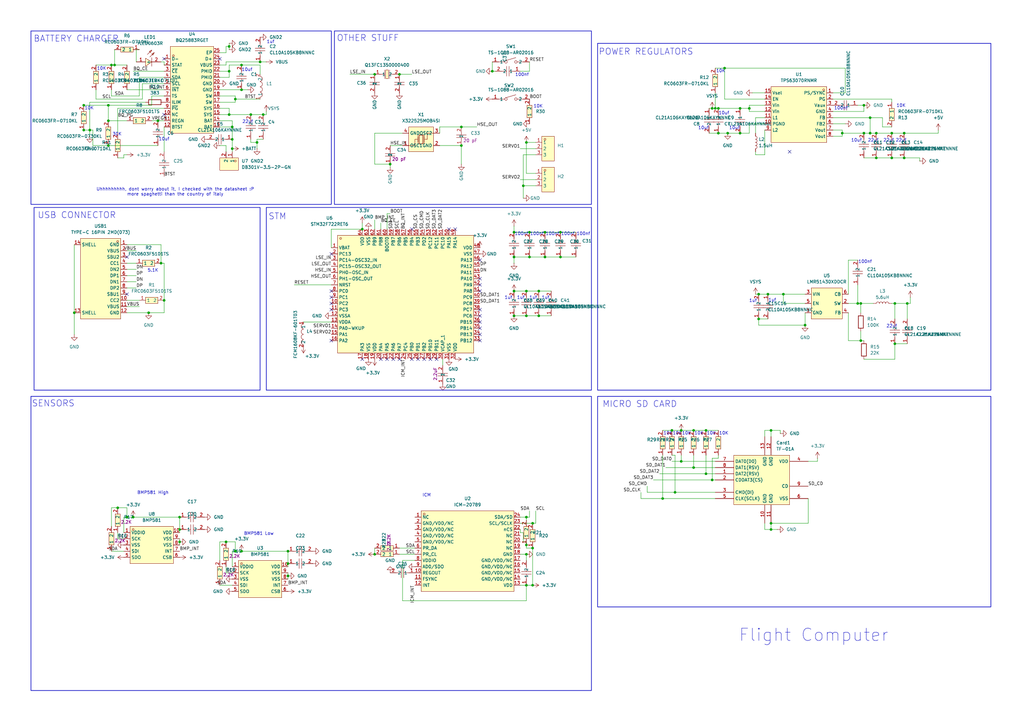
<source format=kicad_sch>
(kicad_sch (version 20250114) (generator "eeschema") (generator_version "9.0")
  (paper "A3")
  (lib_symbols
    (symbol "Device:L" (pin_numbers (hide yes)) (pin_names (offset 1.016) (hide yes))
      (property "Reference" "L" (at -1.27 0 90))
      (property "Value" "L" (at 1.905 0 90))
      (symbol "L_1_1"
        (pin passive line (at 0 3.81 270) (length 1.27) (name "1") (number "1"))
        (pin passive line (at 0 -3.81 90) (length 1.27) (name "2") (number "2"))
      )
    )
    (symbol "Device:R" (pin_numbers (hide yes)) (pin_names (offset 0))
      (property "Reference" "R" (at 2.032 0 90))
      (property "Value" "R" (at 0 0 90))
      (symbol "R_1_1"
        (pin passive line (at 0 3.81 270) (length 1.27) (name "~") (number "1"))
        (pin passive line (at 0 -3.81 90) (length 1.27) (name "~") (number "2"))
      )
    )
    (symbol "easyeda2kicad:0603CG6R8C500NT"
      (property "Reference" "C" (at 0 5.08 0))
      (property "Value" "0603CG6R8C500NT" (at 0 -5.08 0))
      (symbol "0603CG6R8C500NT_0_1"
        (pin input line (at -3.81 0 0) (length 2.54) (name "1") (number "1"))
        (pin input line (at 3.81 0 180) (length 2.54) (name "2") (number "2"))
      )
    )
    (symbol "easyeda2kicad:0805W8F2201T5E"
      (property "Reference" "R" (at 0 5.08 0))
      (property "Value" "0805W8F2201T5E" (at 0 -5.08 0))
      (symbol "0805W8F2201T5E_0_1"
        (pin input line (at -5.08 0 0) (length 2.54) (name "1") (number "1"))
        (pin input line (at 5.08 0 180) (length 2.54) (name "2") (number "2"))
      )
    )
    (symbol "easyeda2kicad:BMP581"
      (property "Reference" "U" (at 0 10.16 0))
      (property "Value" "BMP581" (at 0 -10.16 0))
      (symbol "BMP581_0_1"
        (pin unspecified line (at -11.43 5.08 0) (length 2.54) (name "VDDIO") (number "1"))
        (pin unspecified line (at -11.43 2.54 0) (length 2.54) (name "SCK") (number "2"))
        (pin unspecified line (at -11.43 0 0) (length 2.54) (name "VSS") (number "3"))
        (pin unspecified line (at -11.43 -2.54 0) (length 2.54) (name "SDI") (number "4"))
        (pin unspecified line (at -11.43 -5.08 0) (length 2.54) (name "SDO") (number "5"))
        (pin unspecified line (at 11.43 5.08 180) (length 2.54) (name "VDD") (number "10"))
        (pin unspecified line (at 11.43 2.54 180) (length 2.54) (name "VSS") (number "9"))
        (pin unspecified line (at 11.43 0 180) (length 2.54) (name "VSS") (number "8"))
        (pin unspecified line (at 11.43 -2.54 180) (length 2.54) (name "INT") (number "7"))
        (pin unspecified line (at 11.43 -5.08 180) (length 2.54) (name "CSB") (number "6"))
      )
    )
    (symbol "easyeda2kicad:BQ25883RGET"
      (property "Reference" "U" (at 0 20.32 0))
      (property "Value" "BQ25883RGET" (at 0 -20.32 0))
      (symbol "BQ25883RGET_0_1"
        (pin unspecified line (at -11.43 12.7 0) (length 2.54) (name "D-") (number "1"))
        (pin unspecified line (at -11.43 10.16 0) (length 2.54) (name "STAT") (number "2"))
        (pin unspecified line (at -11.43 7.62 0) (length 2.54) (name "~{CE}") (number "3"))
        (pin unspecified line (at -11.43 5.08 0) (length 2.54) (name "SDA") (number "4"))
        (pin unspecified line (at -11.43 2.54 0) (length 2.54) (name "SCL") (number "5"))
        (pin unspecified line (at -11.43 0 0) (length 2.54) (name "~{INT}") (number "6"))
        (pin unspecified line (at -11.43 -2.54 0) (length 2.54) (name "TS") (number "7"))
        (pin unspecified line (at -11.43 -5.08 0) (length 2.54) (name "ILIM") (number "8"))
        (pin unspecified line (at -11.43 -7.62 0) (length 2.54) (name "~{PG}") (number "9"))
        (pin unspecified line (at -11.43 -10.16 0) (length 2.54) (name "NC") (number "10"))
        (pin unspecified line (at -11.43 -12.7 0) (length 2.54) (name "REGN") (number "11"))
        (pin unspecified line (at -11.43 -15.24 0) (length 2.54) (name "BTST") (number "12"))
        (pin unspecified line (at 11.43 15.24 180) (length 2.54) (name "EP") (number "25"))
        (pin unspecified line (at 11.43 12.7 180) (length 2.54) (name "D+") (number "24"))
        (pin unspecified line (at 11.43 10.16 180) (length 2.54) (name "VBUS") (number "23"))
        (pin unspecified line (at 11.43 7.62 180) (length 2.54) (name "PMID") (number "22"))
        (pin unspecified line (at 11.43 5.08 180) (length 2.54) (name "PMID") (number "21"))
        (pin unspecified line (at 11.43 2.54 180) (length 2.54) (name "GND") (number "20"))
        (pin unspecified line (at 11.43 0 180) (length 2.54) (name "GND") (number "19"))
        (pin unspecified line (at 11.43 -2.54 180) (length 2.54) (name "SW") (number "18"))
        (pin unspecified line (at 11.43 -5.08 180) (length 2.54) (name "SW") (number "17"))
        (pin unspecified line (at 11.43 -7.62 180) (length 2.54) (name "SYS") (number "16"))
        (pin unspecified line (at 11.43 -10.16 180) (length 2.54) (name "SYS") (number "15"))
        (pin unspecified line (at 11.43 -12.7 180) (length 2.54) (name "BAT") (number "14"))
        (pin unspecified line (at 11.43 -15.24 180) (length 2.54) (name "BAT") (number "13"))
      )
    )
    (symbol "easyeda2kicad:CL10A105KB8NNNC"
      (property "Reference" "C" (at 0 5.08 0))
      (property "Value" "CL10A105KB8NNNC" (at 0 -5.08 0))
      (symbol "CL10A105KB8NNNC_0_1"
        (pin unspecified line (at -5.08 0 0) (length 2.54) (name "1") (number "1"))
        (pin unspecified line (at 5.08 0 180) (length 2.54) (name "2") (number "2"))
      )
    )
    (symbol "easyeda2kicad:CL10A225KO8NNNC"
      (property "Reference" "C" (at 0 5.08 0))
      (property "Value" "CL10A225KO8NNNC" (at 0 -5.08 0))
      (symbol "CL10A225KO8NNNC_0_1"
        (pin input line (at -3.81 0 0) (length 2.54) (name "1") (number "1"))
        (pin input line (at 3.81 0 180) (length 2.54) (name "2") (number "2"))
      )
    )
    (symbol "easyeda2kicad:CL10C200JB8NNNC"
      (property "Reference" "C" (at 0 5.08 0))
      (property "Value" "CL10C200JB8NNNC" (at 0 -5.08 0))
      (symbol "CL10C200JB8NNNC_0_1"
        (pin input line (at -3.81 0 0) (length 2.54) (name "1") (number "1"))
        (pin input line (at 3.81 0 180) (length 2.54) (name "2") (number "2"))
      )
    )
    (symbol "easyeda2kicad:CL21A106KAYNNNE"
      (property "Reference" "C" (at 0 5.08 0))
      (property "Value" "CL21A106KAYNNNE" (at 0 -5.08 0))
      (symbol "CL21A106KAYNNNE_0_1"
        (pin unspecified line (at -5.08 0 0) (length 2.54) (name "1") (number "1"))
        (pin unspecified line (at 5.08 0 180) (length 2.54) (name "2") (number "2"))
      )
    )
    (symbol "easyeda2kicad:CL21A226MAYNNNE"
      (property "Reference" "C" (at 0 5.08 0))
      (property "Value" "CL21A226MAYNNNE" (at 0 -5.08 0))
      (symbol "CL21A226MAYNNNE_0_1"
        (pin unspecified line (at -5.08 0 0) (length 2.54) (name "1") (number "1"))
        (pin unspecified line (at 5.08 0 180) (length 2.54) (name "2") (number "2"))
      )
    )
    (symbol "easyeda2kicad:DB301V-3.5-2P-GN"
      (property "Reference" "U" (at 0 6.35 0))
      (property "Value" "DB301V-3.5-2P-GN" (at 0 -6.35 0))
      (symbol "DB301V-3.5-2P-GN_0_1"
        (pin unspecified line (at -5.08 1.27 0) (length 2.54) (name "1") (number "1"))
        (pin unspecified line (at -5.08 -1.27 0) (length 2.54) (name "2") (number "2"))
      )
    )
    (symbol "easyeda2kicad:DFE252012F-1R0M=P2"
      (property "Reference" "L" (at 0 5.08 0))
      (property "Value" "DFE252012F-1R0M=P2" (at 0 -5.08 0))
      (symbol "DFE252012F-1R0M=P2_0_1"
        (pin unspecified line (at -5.08 0 0) (length 0.762) (name "1") (number "1"))
        (pin unspecified line (at 5.08 0 180) (length 0.762) (name "2") (number "2"))
      )
    )
    (symbol "easyeda2kicad:FCM1608KF-601T03"
      (property "Reference" "L" (at 0 5.08 0))
      (property "Value" "FCM1608KF-601T03" (at 0 -5.08 0))
      (symbol "FCM1608KF-601T03_0_1"
        (pin unspecified line (at -5.08 0 0) (length 0.762) (name "1") (number "1"))
        (pin unspecified line (at 5.08 0 180) (length 0.762) (name "2") (number "2"))
      )
    )
    (symbol "easyeda2kicad:FRC0603F5101TS"
      (property "Reference" "R" (at 0 5.08 0))
      (property "Value" "FRC0603F5101TS" (at 0 -5.08 0))
      (symbol "FRC0603F5101TS_0_1"
        (pin unspecified line (at -5.08 0 0) (length 2.54) (name "1") (number "1"))
        (pin unspecified line (at 5.08 0 180) (length 2.54) (name "2") (number "2"))
      )
    )
    (symbol "easyeda2kicad:HXPH254-01-03-Z-L11.5PCBPINHEADER"
      (property "Reference" "H" (at 0 7.62 0))
      (property "Value" "HX PH254-01-03-Z-L11.5 PCB PIN HEADER" (at 0 -7.62 0))
      (symbol "HXPH254-01-03-Z-L11.5PCBPINHEADER_0_1"
        (pin unspecified line (at -3.81 2.54 0) (length 2.54) (name "1") (number "1"))
        (pin unspecified line (at -3.81 0 0) (length 2.54) (name "2") (number "2"))
        (pin unspecified line (at -3.81 -2.54 0) (length 2.54) (name "3") (number "3"))
      )
    )
    (symbol "easyeda2kicad:ICM-20789"
      (property "Reference" "U" (at 0 19.05 0))
      (property "Value" "ICM-20789" (at 0 -19.05 0))
      (symbol "ICM-20789_0_1"
        (pin unspecified line (at -21.59 13.97 0) (length 2.54) (name "NC") (number "1"))
        (pin unspecified line (at -21.59 11.43 0) (length 2.54) (name "GND/VDD/NC") (number "2"))
        (pin unspecified line (at -21.59 8.89 0) (length 2.54) (name "GND/VDD/NC") (number "3"))
        (pin unspecified line (at -21.59 6.35 0) (length 2.54) (name "GND/VDD/NC") (number "4"))
        (pin unspecified line (at -21.59 3.81 0) (length 2.54) (name "GND/VDD/NC") (number "5"))
        (pin unspecified line (at -21.59 1.27 0) (length 2.54) (name "PR_DA") (number "6"))
        (pin unspecified line (at -21.59 -1.27 0) (length 2.54) (name "PR_CL") (number "7"))
        (pin unspecified line (at -21.59 -3.81 0) (length 2.54) (name "VDDIO") (number "8"))
        (pin unspecified line (at -21.59 -6.35 0) (length 2.54) (name "AD0/SDO") (number "9"))
        (pin unspecified line (at -21.59 -8.89 0) (length 2.54) (name "REGOUT") (number "10"))
        (pin unspecified line (at -21.59 -11.43 0) (length 2.54) (name "FSYNC") (number "11"))
        (pin unspecified line (at -21.59 -13.97 0) (length 2.54) (name "INT") (number "12"))
        (pin unspecified line (at 21.59 13.97 180) (length 2.54) (name "SDA/SD") (number "24"))
        (pin unspecified line (at 21.59 11.43 180) (length 2.54) (name "SCL/SCLK") (number "23"))
        (pin unspecified line (at 21.59 8.89 180) (length 2.54) (name "nCS") (number "22"))
        (pin unspecified line (at 21.59 6.35 180) (length 2.54) (name "NC") (number "21"))
        (pin unspecified line (at 21.59 3.81 180) (length 2.54) (name "NC") (number "20"))
        (pin unspecified line (at 21.59 1.27 180) (length 2.54) (name "NC") (number "19"))
        (pin unspecified line (at 21.59 -1.27 180) (length 2.54) (name "GND") (number "18"))
        (pin unspecified line (at 21.59 -3.81 180) (length 2.54) (name "GND/VDD/NC") (number "17"))
        (pin unspecified line (at 21.59 -6.35 180) (length 2.54) (name "GND/VDD/NC") (number "16"))
        (pin unspecified line (at 21.59 -8.89 180) (length 2.54) (name "GND/VDD/NC") (number "15"))
        (pin unspecified line (at 21.59 -11.43 180) (length 2.54) (name "GND/VDD/NC") (number "14"))
        (pin unspecified line (at 21.59 -13.97 180) (length 2.54) (name "VDD") (number "13"))
      )
    )
    (symbol "easyeda2kicad:LMR51430XDDCR"
      (property "Reference" "U" (at 0 8.89 0))
      (property "Value" "LMR51430XDDCR" (at 0 -8.89 0))
      (symbol "LMR51430XDDCR_0_1"
        (pin unspecified line (at -8.89 3.81 0) (length 2.54) (name "VIN") (number "3"))
        (pin unspecified line (at -8.89 0 0) (length 2.54) (name "EN") (number "5"))
        (pin unspecified line (at -8.89 -3.81 0) (length 2.54) (name "GND") (number "1"))
        (pin unspecified line (at 8.89 3.81 180) (length 2.54) (name "CB") (number "6"))
        (pin unspecified line (at 8.89 0 180) (length 2.54) (name "SW") (number "2"))
        (pin unspecified line (at 8.89 -3.81 180) (length 2.54) (name "FB") (number "4"))
      )
    )
    (symbol "easyeda2kicad:Q13FC1350000400"
      (property "Reference" "X" (at 0 5.08 0))
      (property "Value" "Q13FC1350000400" (at 0 -5.08 0))
      (symbol "Q13FC1350000400_0_1"
        (pin unspecified line (at -5.08 0 0) (length 2.54) (name "1") (number "1"))
        (pin unspecified line (at 5.08 0 180) (length 2.54) (name "2") (number "2"))
      )
    )
    (symbol "easyeda2kicad:RC0603FR-0710KL"
      (property "Reference" "R" (at 0 5.08 0))
      (property "Value" "RC0603FR-0710KL" (at 0 -5.08 0))
      (symbol "RC0603FR-0710KL_0_1"
        (pin input line (at -5.08 0 0) (length 2.54) (name "1") (number "1"))
        (pin input line (at 5.08 0 180) (length 2.54) (name "2") (number "2"))
      )
    )
    (symbol "easyeda2kicad:RC0603FR-0730KL"
      (property "Reference" "R" (at 0 5.08 0))
      (property "Value" "RC0603FR-0730KL" (at 0 -5.08 0))
      (symbol "RC0603FR-0730KL_0_1"
        (pin input line (at -5.08 0 0) (length 2.54) (name "1") (number "1"))
        (pin input line (at 5.08 0 180) (length 2.54) (name "2") (number "2"))
      )
    )
    (symbol "easyeda2kicad:RC0603FR-074K7L"
      (property "Reference" "R" (at 0 5.08 0))
      (property "Value" "RC0603FR-074K7L" (at 0 -5.08 0))
      (symbol "RC0603FR-074K7L_0_1"
        (pin input line (at -5.08 0 0) (length 2.54) (name "1") (number "1"))
        (pin input line (at 5.08 0 180) (length 2.54) (name "2") (number "2"))
      )
    )
    (symbol "easyeda2kicad:STM32F722RET6"
      (property "Reference" "U" (at 0 33.02 0))
      (property "Value" "STM32F722RET6" (at 0 -30.48 0))
      (symbol "STM32F722RET6_0_1"
        (pin unspecified line (at -30.48 20.32 0) (length 2.54) (name "VBAT") (number "1"))
        (pin unspecified line (at -30.48 17.78 0) (length 2.54) (name "PC13") (number "2"))
        (pin unspecified line (at -30.48 15.24 0) (length 2.54) (name "PC14-OSC32_IN") (number "3"))
        (pin unspecified line (at -30.48 12.7 0) (length 2.54) (name "PC15-OSC32_OUT") (number "4"))
        (pin unspecified line (at -30.48 10.16 0) (length 2.54) (name "PH0-OSC_IN") (number "5"))
        (pin unspecified line (at -30.48 7.62 0) (length 2.54) (name "PH1-OSC_OUT") (number "6"))
        (pin unspecified line (at -30.48 5.08 0) (length 2.54) (name "NRST") (number "7"))
        (pin unspecified line (at -30.48 2.54 0) (length 2.54) (name "PC0") (number "8"))
        (pin unspecified line (at -30.48 0 0) (length 2.54) (name "PC1") (number "9"))
        (pin unspecified line (at -30.48 -2.54 0) (length 2.54) (name "PC2") (number "10"))
        (pin unspecified line (at -30.48 -5.08 0) (length 2.54) (name "PC3") (number "11"))
        (pin unspecified line (at -30.48 -7.62 0) (length 2.54) (name "VSSA") (number "12"))
        (pin unspecified line (at -30.48 -10.16 0) (length 2.54) (name "VDDA") (number "13"))
        (pin unspecified line (at -30.48 -12.7 0) (length 2.54) (name "PA0-WKUP") (number "14"))
        (pin unspecified line (at -30.48 -15.24 0) (length 2.54) (name "PA1") (number "15"))
        (pin unspecified line (at -30.48 -17.78 0) (length 2.54) (name "PA2") (number "16"))
        (pin unspecified line (at -17.78 27.94 270) (length 2.54) (name "VDD") (number "64"))
        (pin unspecified line (at -17.78 -25.4 90) (length 2.54) (name "PA3") (number "17"))
        (pin unspecified line (at -15.24 27.94 270) (length 2.54) (name "VSS") (number "63"))
        (pin unspecified line (at -15.24 -25.4 90) (length 2.54) (name "VSS") (number "18"))
        (pin unspecified line (at -12.7 27.94 270) (length 2.54) (name "PB9") (number "62"))
        (pin unspecified line (at -12.7 -25.4 90) (length 2.54) (name "VDD") (number "19"))
        (pin unspecified line (at -10.16 27.94 270) (length 2.54) (name "PB8") (number "61"))
        (pin unspecified line (at -10.16 -25.4 90) (length 2.54) (name "PA4") (number "20"))
        (pin unspecified line (at -7.62 27.94 270) (length 2.54) (name "BOOT0") (number "60"))
        (pin unspecified line (at -7.62 -25.4 90) (length 2.54) (name "PA5") (number "21"))
        (pin unspecified line (at -5.08 27.94 270) (length 2.54) (name "PB7") (number "59"))
        (pin unspecified line (at -5.08 -25.4 90) (length 2.54) (name "PA6") (number "22"))
        (pin unspecified line (at -2.54 27.94 270) (length 2.54) (name "PB6") (number "58"))
        (pin unspecified line (at -2.54 -25.4 90) (length 2.54) (name "PA7") (number "23"))
        (pin unspecified line (at 0 27.94 270) (length 2.54) (name "PB5") (number "57"))
        (pin unspecified line (at 0 -25.4 90) (length 2.54) (name "PC4") (number "24"))
        (pin unspecified line (at 2.54 27.94 270) (length 2.54) (name "PB4") (number "56"))
        (pin unspecified line (at 2.54 -25.4 90) (length 2.54) (name "PB0") (number "25"))
        (pin unspecified line (at 5.08 27.94 270) (length 2.54) (name "PB3") (number "55"))
        (pin unspecified line (at 5.08 -25.4 90) (length 2.54) (name "PB1") (number "26"))
        (pin unspecified line (at 7.62 27.94 270) (length 2.54) (name "PD2") (number "54"))
        (pin unspecified line (at 7.62 -25.4 90) (length 2.54) (name "PB2") (number "27"))
        (pin unspecified line (at 10.16 27.94 270) (length 2.54) (name "PC12") (number "53"))
        (pin unspecified line (at 10.16 -25.4 90) (length 2.54) (name "PB10") (number "28"))
        (pin unspecified line (at 12.7 27.94 270) (length 2.54) (name "PC11") (number "52"))
        (pin unspecified line (at 12.7 -25.4 90) (length 2.54) (name "PB11") (number "29"))
        (pin unspecified line (at 15.24 27.94 270) (length 2.54) (name "PC10") (number "51"))
        (pin unspecified line (at 15.24 -25.4 90) (length 2.54) (name "VCAP_1") (number "30"))
        (pin unspecified line (at 17.78 27.94 270) (length 2.54) (name "PA15") (number "50"))
        (pin unspecified line (at 17.78 -25.4 90) (length 2.54) (name "VSS") (number "31"))
        (pin unspecified line (at 20.32 27.94 270) (length 2.54) (name "PA14") (number "49"))
        (pin unspecified line (at 20.32 -25.4 90) (length 2.54) (name "VDD") (number "32"))
        (pin unspecified line (at 30.48 20.32 180) (length 2.54) (name "VDD") (number "48"))
        (pin unspecified line (at 30.48 17.78 180) (length 2.54) (name "VSS") (number "47"))
        (pin unspecified line (at 30.48 15.24 180) (length 2.54) (name "PA13") (number "46"))
        (pin unspecified line (at 30.48 12.7 180) (length 2.54) (name "PA12") (number "45"))
        (pin unspecified line (at 30.48 10.16 180) (length 2.54) (name "PA11") (number "44"))
        (pin unspecified line (at 30.48 7.62 180) (length 2.54) (name "PA10") (number "43"))
        (pin unspecified line (at 30.48 5.08 180) (length 2.54) (name "PA9") (number "42"))
        (pin unspecified line (at 30.48 2.54 180) (length 2.54) (name "PA8") (number "41"))
        (pin unspecified line (at 30.48 0 180) (length 2.54) (name "PC9") (number "40"))
        (pin unspecified line (at 30.48 -2.54 180) (length 2.54) (name "PC8") (number "39"))
        (pin unspecified line (at 30.48 -5.08 180) (length 2.54) (name "PC7") (number "38"))
        (pin unspecified line (at 30.48 -7.62 180) (length 2.54) (name "PC6") (number "37"))
        (pin unspecified line (at 30.48 -10.16 180) (length 2.54) (name "PB15") (number "36"))
        (pin unspecified line (at 30.48 -12.7 180) (length 2.54) (name "PB14") (number "35"))
        (pin unspecified line (at 30.48 -15.24 180) (length 2.54) (name "PB13") (number "34"))
        (pin unspecified line (at 30.48 -17.78 180) (length 2.54) (name "PB12") (number "33"))
      )
    )
    (symbol "easyeda2kicad:TF-01A"
      (property "Reference" "Card" (at 0 22.86 0))
      (property "Value" "TF-01A" (at 0 -22.86 0))
      (symbol "TF-01A_0_1"
        (pin bidirectional line (at -19.05 7.62 0) (length 7.62) (name "DAT0(D0)") (number "7"))
        (pin bidirectional line (at -19.05 5.08 0) (length 7.62) (name "DAT1(RSV)") (number "8"))
        (pin bidirectional line (at -19.05 2.54 0) (length 7.62) (name "DAT2(RSV)") (number "1"))
        (pin bidirectional line (at -19.05 0 0) (length 7.62) (name "CDDAT3(CS)") (number "2"))
        (pin input line (at -19.05 -5.08 0) (length 7.62) (name "CMD(DI)") (number "3"))
        (pin input line (at -19.05 -7.62 0) (length 7.62) (name "CLK(SCLK)") (number "5"))
        (pin input line (at 1.27 17.78 270) (length 7.62) (name "GND") (number "13"))
        (pin input line (at 1.27 -17.78 90) (length 7.62) (name "GND") (number "10"))
        (pin input line (at 3.81 17.78 270) (length 7.62) (name "GND") (number "12"))
        (pin input line (at 3.81 -17.78 90) (length 7.62) (name "GND") (number "11"))
        (pin input line (at 19.05 7.62 180) (length 7.62) (name "VDD") (number "4"))
        (pin input line (at 19.05 -2.54 180) (length 7.62) (name "CD") (number "9"))
        (pin input line (at 19.05 -7.62 180) (length 7.62) (name "VSS") (number "6"))
      )
    )
    (symbol "easyeda2kicad:TPS63070RNMR"
      (property "Reference" "U" (at 0 13.97 0))
      (property "Value" "TPS63070RNMR" (at 0 -13.97 0))
      (symbol "TPS63070RNMR_0_1"
        (pin unspecified line (at -13.97 8.89 0) (length 2.54) (name "PS/SYNC") (number "1"))
        (pin unspecified line (at -13.97 6.35 0) (length 2.54) (name "PG") (number "2"))
        (pin unspecified line (at -13.97 3.81 0) (length 2.54) (name "Vaux") (number "3"))
        (pin unspecified line (at -13.97 1.27 0) (length 2.54) (name "GND") (number "4"))
        (pin unspecified line (at -13.97 -1.27 0) (length 2.54) (name "FB") (number "5"))
        (pin unspecified line (at -13.97 -3.81 0) (length 2.54) (name "FB2") (number "6"))
        (pin unspecified line (at -13.97 -6.35 0) (length 2.54) (name "Vout") (number "7"))
        (pin unspecified line (at -13.97 -8.89 0) (length 2.54) (name "Vout") (number "8"))
        (pin unspecified line (at 13.97 8.89 180) (length 2.54) (name "Vsel") (number "15"))
        (pin unspecified line (at 13.97 6.35 180) (length 2.54) (name "EN") (number "14"))
        (pin unspecified line (at 13.97 3.81 180) (length 2.54) (name "Vin") (number "13"))
        (pin unspecified line (at 13.97 1.27 180) (length 2.54) (name "Vin") (number "12"))
        (pin unspecified line (at 13.97 -1.27 180) (length 2.54) (name "L1") (number "11"))
        (pin unspecified line (at 13.97 -3.81 180) (length 2.54) (name "PGND") (number "10"))
        (pin unspecified line (at 13.97 -6.35 180) (length 2.54) (name "L2") (number "9"))
      )
    )
    (symbol "easyeda2kicad:TS-1088-AR02016"
      (property "Reference" "SW" (at 0 5.08 0))
      (property "Value" "TS-1088-AR02016" (at 0 -5.08 0))
      (symbol "TS-1088-AR02016_0_1"
        (pin unspecified line (at -7.62 0 0) (length 2.54) (name "1") (number "1"))
        (pin unspecified line (at 7.62 0 180) (length 2.54) (name "2") (number "2"))
      )
    )
    (symbol "easyeda2kicad:TYPE-C16PIN2MD(073)"
      (property "Reference" "USB" (at 0 19.05 0))
      (property "Value" "TYPE-C 16PIN 2MD(073)" (at 0 -19.05 0))
      (symbol "TYPE-C16PIN2MD(073)_0_1"
        (pin unspecified line (at -11.43 13.97 0) (length 2.54) (name "GND") (number "1"))
        (pin unspecified line (at -11.43 11.43 0) (length 2.54) (name "VBUS") (number "2"))
        (pin unspecified line (at -11.43 8.89 0) (length 2.54) (name "SBU2") (number "3"))
        (pin unspecified line (at -11.43 6.35 0) (length 2.54) (name "CC1") (number "4"))
        (pin unspecified line (at -11.43 3.81 0) (length 2.54) (name "DN2") (number "5"))
        (pin unspecified line (at -11.43 1.27 0) (length 2.54) (name "DP1") (number "6"))
        (pin unspecified line (at -11.43 -1.27 0) (length 2.54) (name "DN1") (number "7"))
        (pin unspecified line (at -11.43 -3.81 0) (length 2.54) (name "DP2") (number "8"))
        (pin unspecified line (at -11.43 -6.35 0) (length 2.54) (name "SBU1") (number "9"))
        (pin unspecified line (at -11.43 -8.89 0) (length 2.54) (name "CC2") (number "10"))
        (pin unspecified line (at -11.43 -11.43 0) (length 2.54) (name "VBUS") (number "11"))
        (pin unspecified line (at -11.43 -13.97 0) (length 2.54) (name "GND") (number "12"))
        (pin unspecified line (at 10.16 13.97 180) (length 2.54) (name "SHELL") (number "14"))
        (pin unspecified line (at 10.16 -13.97 180) (length 2.54) (name "SHELL") (number "13"))
      )
    )
    (symbol "easyeda2kicad:X322525MOB4SI"
      (property "Reference" "X" (at 0 7.62 0))
      (property "Value" "X322525MOB4SI" (at 0 -7.62 0))
      (symbol "X322525MOB4SI_0_1"
        (pin unspecified line (at -7.62 2.54 0) (length 2.54) (name "GND") (number "4"))
        (pin unspecified line (at -7.62 -2.54 0) (length 2.54) (name "OSC1") (number "1"))
        (pin unspecified line (at 7.62 2.54 180) (length 2.54) (name "OSC2") (number "3"))
        (pin unspecified line (at 7.62 -2.54 180) (length 2.54) (name "GND") (number "2"))
      )
    )
    (symbol "easyeda2kicad:YLED0603R"
      (property "Reference" "LED" (at 0 5.08 0))
      (property "Value" "YLED0603R" (at 0 -5.08 0))
      (symbol "YLED0603R_0_1"
        (pin unspecified line (at -5.08 0 0) (length 3.81) (name "+") (number "1"))
        (pin unspecified line (at 5.08 0 180) (length 3.81) (name "-") (number "2"))
      )
    )
    (symbol "power:+3.3V" (power) (pin_numbers (hide yes)) (pin_names (offset 0) (hide yes))
      (property "Value" "+3.3V" (at 0 3.556 0))
      (symbol "+3.3V_1_1"
        (pin power_in line (at 0 0 90) (length 0) (name "~") (number "1"))
      )
    )
    (symbol "power:+5V" (power) (pin_numbers (hide yes)) (pin_names (offset 0) (hide yes))
      (property "Value" "+5V" (at 0 3.556 0))
      (symbol "+5V_1_1"
        (pin power_in line (at 0 0 90) (length 0) (name "~") (number "1"))
      )
    )
    (symbol "power:+BATT" (power) (pin_numbers (hide yes)) (pin_names (offset 0) (hide yes))
      (property "Value" "+BATT" (at 0 3.556 0))
      (symbol "+BATT_1_1"
        (pin power_in line (at 0 0 90) (length 0) (name "~") (number "1"))
      )
    )
    (symbol "power:GND" (power) (pin_numbers (hide yes)) (pin_names (offset 0) (hide yes))
      (property "Value" "GND" (at 0 -3.81 0))
      (symbol "GND_1_1"
        (pin power_in line (at 0 0 270) (length 0) (name "~") (number "1"))
      )
    )
    (symbol "power:GND2" (power) (pin_numbers (hide yes)) (pin_names (offset 0) (hide yes))
      (property "Value" "GND2" (at 0 -3.81 0))
      (symbol "GND2_1_1"
        (pin power_in line (at 0 0 270) (length 0) (name "~") (number "1"))
      )
    )
    (symbol "power:VBUS" (power) (pin_numbers (hide yes)) (pin_names (offset 0) (hide yes))
      (property "Value" "VBUS" (at 0 3.556 0))
      (symbol "VBUS_1_1"
        (pin power_in line (at 0 0 90) (length 0) (name "~") (number "1"))
      )
    )
  )
  (rectangle (start 245.11 17.78) (end 406.4 160.02) (stroke (width 0.254)))
  (rectangle (start 12.7 162.56) (end 242.57 283.21) (stroke (width 0.254)))
  (rectangle (start 109.22 85.09) (end 242.57 160.02) (stroke (width 0.254)))
  (rectangle (start 13.97 85.09) (end 106.68 160.02) (stroke (width 0.254)))
  (rectangle (start 12.7 12.7) (end 135.89 83.82) (stroke (width 0.254)))
  (rectangle (start 137.16 12.7) (end 242.57 83.82) (stroke (width 0.254)))
  (rectangle (start 245.11 162.56) (end 406.4 248.92) (stroke (width 0.254)))
  (text "1uf\n" (at 308.864 123.444 0) (effects (font (size 1.27 1.27))))
  (text "1uf\n" (at 213.614 122.174 0) (effects (font (size 1.27 1.27))))
  (text "10K\n" (at 41.656 28.194 0) (effects (font (size 1.27 1.27))))
  (text "10K\n" (at 369.57 43.434 0) (effects (font (size 1.27 1.27))))
  (text "10uf\n" (at 67.31 57.15 0) (effects (font (size 1.27 1.27))))
  (text "5.1K\n" (at 62.738 110.998 0) (effects (font (size 1.27 1.27))))
  (text "POWER REGULATORS" (at 264.922 21.336 0) (effects (font (size 2.54 2.54))))
  (text "10uf\n" (at 101.346 28.702 0) (effects (font (size 1.27 1.27))))
  (text "100nf\n" (at 213.868 96.012 0) (effects (font (size 1.27 1.27))))
  (text "10uf\n" (at 301.244 52.578 0) (effects (font (size 1.27 1.27))))
  (text "22uf\n" (at 369.57 57.658 0) (effects (font (size 1.27 1.27))))
  (text "10uf\n" (at 351.282 57.658 0) (effects (font (size 1.27 1.27))))
  (text "10K\n" (at 286.7073 177.8 0) (effects (font (size 1.27 1.27))))
  (text "100nf\n" (at 344.932 44.45 0) (effects (font (size 1.27 1.27))))
  (text "1uf\n" (at 316.738 123.19 0) (effects (font (size 1.27 1.27))))
  (text "BATTERY CHARGER\n" (at 31.242 16.002 0) (effects (font (size 2.54 2.54))))
  (text "22uf\n" (at 364.49 57.658 0) (effects (font (size 1.27 1.27))))
  (text "10uf\n" (at 296.926 46.482 0) (effects (font (size 1.27 1.27))))
  (text "ICM\n" (at 175.006 203.2 0) (effects (font (size 1.27 1.27))))
  (text "100nf\n" (at 232.918 96.012 0) (effects (font (size 1.27 1.27))))
  (text "22uf\n" (at 365.76 133.858 0) (effects (font (size 1.27 1.27))))
  (text "USB CONNECTOR\n" (at 31.496 88.392 0) (effects (font (size 2.54 2.54))))
  (text "STM" (at 113.792 88.9 0) (effects (font (size 2.54 2.54))))
  (text "100nf\n" (at 214.122 30.734 0) (effects (font (size 1.27 1.27))))
  (text "10K\n" (at 281.6273 177.8 0) (effects (font (size 1.27 1.27))))
  (text "100nf\n" (at 226.568 96.012 0) (effects (font (size 1.27 1.27))))
  (text "100nf\n" (at 239.268 96.012 0) (effects (font (size 1.27 1.27))))
  (text "10uf\n" (at 288.544 52.578 0) (effects (font (size 1.27 1.27))))
  (text "OTHER STUFF\n" (at 150.876 15.748 0) (effects (font (size 2.54 2.54))))
  (text "10K\n" (at 220.726 43.688 0) (effects (font (size 1.27 1.27))))
  (text "1uf\n" (at 208.534 122.174 0) (effects (font (size 1.27 1.27))))
  (text "10K\n" (at 36.576 44.45 0) (effects (font (size 1.27 1.27))))
  (text "SENSORS" (at 21.844 165.608 0) (effects (font (size 2.54 2.54))))
  (text "MICRO SD CARD\n" (at 262.382 165.862 0) (effects (font (size 2.54 2.54))))
  (text "10K\n" (at 295.5973 29.21 0) (effects (font (size 1.27 1.27))))
  (text "BMP581 Low\n" (at 106.172 218.948 0) (effects (font (size 1.27 1.27))))
  (text "22uf\n" (at 358.14 57.658 0) (effects (font (size 1.27 1.27))))
  (text "100nf\n" (at 354.838 107.442 0) (effects (font (size 1.27 1.27))))
  (text "1uf\n" (at 110.998 17.272 0) (effects (font (size 1.27 1.27))))
  (text "10K\n" (at 291.7873 177.8 0) (effects (font (size 1.27 1.27))))
  (text "30K\n" (at 48.006 55.118 0) (effects (font (size 1.27 1.27))))
  (text "Uhhhhhhhhh, dont worry about it, I checked with the datasheet :P\nmore spaghetti than the country of italy\n" (at 71.882 78.74 0) (effects (font (size 1.27 1.27))))
  (text "1uf\n" (at 223.774 122.174 0) (effects (font (size 1.27 1.27))))
  (text "10K\n" (at 277.8173 177.8 0) (effects (font (size 1.27 1.27))))
  (text "10K\n" (at 274.0073 177.8 0) (effects (font (size 1.27 1.27))))
  (text "100nf\n" (at 220.218 96.012 0) (effects (font (size 1.27 1.27))))
  (text "22uf\n" (at 101.6 50.038 0) (effects (font (size 1.27 1.27))))
  (text "10K\n" (at 296.8673 177.8 0) (effects (font (size 1.27 1.27))))
  (text "Flight Computer" (at 333.756 260.604 0) (effects (font (size 5.08 5.08))))
  (text "BMP581 High" (at 62.738 202.184 0) (effects (font (size 1.27 1.27))))
  (text "1uf\n" (at 218.694 122.174 0) (effects (font (size 1.27 1.27))))
  (junction (at 215.9 227.33))
  (junction (at 99.06 26.67))
  (junction (at 44.45 43.18))
  (junction (at 229.87 105.41))
  (junction (at 292.1 196.85))
  (junction (at 372.11 124.46))
  (junction (at 289.56 194.31))
  (junction (at 370.84 54.61))
  (junction (at 365.76 64.77))
  (junction (at 160.02 67.31))
  (junction (at 215.9 58.42))
  (junction (at 292.1 44.45))
  (junction (at 303.53 54.61))
  (junction (at 223.52 95.25))
  (junction (at 365.76 54.61))
  (junction (at 220.98 119.38))
  (junction (at 153.67 227.33))
  (junction (at 345.44 54.61))
  (junction (at 118.11 236.22))
  (junction (at 217.17 95.25))
  (junction (at 189.23 52.07))
  (junction (at 105.41 58.42))
  (junction (at 303.53 44.45))
  (junction (at 293.37 44.45))
  (junction (at 297.18 27.94))
  (junction (at 359.41 64.77))
  (junction (at 220.98 129.54))
  (junction (at 44.45 49.53))
  (junction (at 289.56 176.53))
  (junction (at 214.63 76.2))
  (junction (at 46.99 26.67))
  (junction (at 66.04 107.95))
  (junction (at 316.23 176.53))
  (junction (at 298.45 54.61))
  (junction (at 60.96 128.27))
  (junction (at 163.83 30.48))
  (junction (at 284.48 191.77))
  (junction (at 351.79 124.46))
  (junction (at 107.95 46.99))
  (junction (at 67.31 123.19))
  (junction (at 370.84 64.77))
  (junction (at 215.9 223.52))
  (junction (at 367.03 140.97))
  (junction (at 215.9 129.54))
  (junction (at 307.34 44.45))
  (junction (at 279.4 189.23))
  (junction (at 275.59 176.53))
  (junction (at 95.25 52.07))
  (junction (at 210.82 105.41))
  (junction (at 215.9 212.09))
  (junction (at 99.06 36.83))
  (junction (at 64.77 49.53))
  (junction (at 148.59 93.98))
  (junction (at 96.52 226.06))
  (junction (at 367.03 124.46))
  (junction (at 284.48 176.53))
  (junction (at 118.11 226.06))
  (junction (at 210.82 95.25))
  (junction (at 118.11 231.14))
  (junction (at 356.87 48.26))
  (junction (at 30.48 128.27))
  (junction (at 311.15 130.81))
  (junction (at 271.78 204.47))
  (junction (at 359.41 54.61))
  (junction (at 229.87 95.25))
  (junction (at 73.66 212.09))
  (junction (at 218.44 240.03))
  (junction (at 73.66 217.17))
  (junction (at 102.87 46.99))
  (junction (at 93.98 19.05))
  (junction (at 330.2 133.35))
  (junction (at 294.64 44.45))
  (junction (at 201.93 29.21))
  (junction (at 153.67 30.48))
  (junction (at 217.17 105.41))
  (junction (at 215.9 240.03))
  (junction (at 54.61 212.09))
  (junction (at 189.23 59.69))
  (junction (at 34.3487 43.18))
  (junction (at 52.07 212.09))
  (junction (at 314.96 120.65))
  (junction (at 353.06 139.7))
  (junction (at 353.06 124.46))
  (junction (at 34.3487 53.34))
  (junction (at 106.68 25.4))
  (junction (at 316.23 214.63))
  (junction (at 92.71 222.25))
  (junction (at 223.52 105.41))
  (junction (at 215.9 119.38))
  (junction (at 96.52 40.64))
  (junction (at 218.44 224.79))
  (junction (at 279.4 176.53))
  (junction (at 95.25 57.15))
  (junction (at 218.44 214.63))
  (junction (at 99.06 226.06))
  (junction (at 354.33 43.18))
  (junction (at 316.23 217.17))
  (junction (at 93.98 29.21))
  (junction (at 294.64 54.61))
  (junction (at 354.33 54.61))
  (junction (at 276.86 201.93))
  (junction (at 48.26 208.28))
  (junction (at 44.45 59.69))
  (junction (at 210.82 129.54))
  (junction (at 321.31 120.65))
  (junction (at 311.15 120.65))
  (junction (at 93.98 46.99))
  (junction (at 95.25 60.96))
  (junction (at 36.83 53.34))
  (junction (at 73.66 222.25))
  (junction (at 45.72 26.67))
  (junction (at 356.87 54.61))
  (junction (at 210.82 119.38))
  (no_connect (at 168.91 147.32))
  (no_connect (at 135.89 124.46))
  (no_connect (at 196.85 137.16))
  (no_connect (at 90.17 24.13))
  (no_connect (at 135.89 119.38))
  (no_connect (at 323.85 62.23))
  (no_connect (at 196.85 132.08))
  (no_connect (at 52.07 120.65))
  (no_connect (at 67.31 24.13))
  (no_connect (at 196.85 116.84))
  (no_connect (at 186.69 93.98))
  (no_connect (at 135.89 121.92))
  (no_connect (at 52.07 105.41))
  (no_connect (at 196.85 127))
  (no_connect (at 135.89 104.14))
  (no_connect (at 196.85 129.54))
  (no_connect (at 161.29 147.32))
  (no_connect (at 135.89 139.7))
  (no_connect (at 163.83 147.32))
  (no_connect (at 196.85 119.38))
  (no_connect (at 148.59 147.32))
  (no_connect (at 171.45 147.32))
  (no_connect (at 184.15 93.98))
  (no_connect (at 196.85 139.7))
  (no_connect (at 168.91 93.98))
  (no_connect (at 179.07 147.32))
  (no_connect (at 135.89 127))
  (no_connect (at 176.53 147.32))
  (no_connect (at 158.75 147.32))
  (no_connect (at 156.21 147.32))
  (no_connect (at 196.85 134.62))
  (no_connect (at 196.85 106.68))
  (no_connect (at 173.99 147.32))
  (no_connect (at 67.31 46.99))
  (no_connect (at 196.85 114.3))
  (wire (pts (xy 313.69 63.5) (xy 309.88 63.5)))
  (wire (pts (xy 73.66 217.17) (xy 73.66 218.44)))
  (wire (pts (xy 321.31 124.46) (xy 321.31 120.65)))
  (wire (pts (xy 275.59 186.69) (xy 276.86 186.69)))
  (wire (pts (xy 92.71 26.67) (xy 92.71 25.4)))
  (wire (pts (xy 57.15 39.37) (xy 45.72 39.37)))
  (wire (pts (xy 346.71 27.94) (xy 346.71 38.1)))
  (wire (pts (xy 290.83 44.45) (xy 292.1 44.45)))
  (wire (pts (xy 160.02 67.31) (xy 160.02 68.58)))
  (wire (pts (xy 143.51 30.48) (xy 153.67 30.48)))
  (wire (pts (xy 276.86 186.69) (xy 276.86 201.93)))
  (wire (pts (xy 309.88 48.26) (xy 309.88 54.61)))
  (wire (pts (xy 181.61 149.86) (xy 181.61 147.32)))
  (wire (pts (xy 314.96 120.65) (xy 321.31 120.65)))
  (wire (pts (xy 354.33 43.18) (xy 354.33 45.72)))
  (wire (pts (xy 45.72 208.28) (xy 48.26 208.28)))
  (wire (pts (xy 293.37 204.47) (xy 271.78 204.47)))
  (wire (pts (xy 201.93 29.21) (xy 203.2 29.21)))
  (wire (pts (xy 220.98 129.54) (xy 226.06 129.54)))
  (wire (pts (xy 99.06 226.06) (xy 118.11 226.06)))
  (wire (pts (xy 163.83 227.33) (xy 170.18 227.33)))
  (wire (pts (xy 67.31 128.27) (xy 60.96 128.27)))
  (wire (pts (xy 273.05 191.77) (xy 284.48 191.77)))
  (wire (pts (xy 214.63 76.2) (xy 214.63 81.28)))
  (wire (pts (xy 292.1 196.85) (xy 293.37 196.85)))
  (wire (pts (xy 377.19 64.77) (xy 377.19 66.04)))
  (wire (pts (xy 52.07 102.87) (xy 55.88 102.87)))
  (wire (pts (xy 351.79 116.84) (xy 351.79 124.46)))
  (wire (pts (xy 356.87 48.26) (xy 356.87 54.61)))
  (wire (pts (xy 292.1 44.45) (xy 293.37 44.45)))
  (wire (pts (xy 58.42 40.64) (xy 39.37 40.64)))
  (wire (pts (xy 135.89 101.6) (xy 135.89 93.98)))
  (wire (pts (xy 217.17 25.4) (xy 217.17 29.21)))
  (wire (pts (xy 45.72 39.37) (xy 45.72 36.83)))
  (wire (pts (xy 303.53 54.61) (xy 298.45 54.61)))
  (wire (pts (xy 95.25 232.41) (xy 95.25 226.06)))
  (wire (pts (xy 135.89 93.98) (xy 148.59 93.98)))
  (wire (pts (xy 163.83 224.79) (xy 170.18 224.79)))
  (wire (pts (xy 158.75 93.98) (xy 158.75 87.63)))
  (wire (pts (xy 217.17 95.25) (xy 210.82 95.25)))
  (wire (pts (xy 347.98 120.65) (xy 347.98 106.68)))
  (wire (pts (xy 67.31 29.21) (xy 54.61 29.21)))
  (wire (pts (xy 313.69 217.17) (xy 316.23 217.17)))
  (wire (pts (xy 57.15 31.75) (xy 57.15 39.37)))
  (wire (pts (xy 105.41 58.42) (xy 105.41 57.15)))
  (wire (pts (xy 102.87 58.42) (xy 102.87 57.15)))
  (wire (pts (xy 90.17 41.91) (xy 96.52 41.91)))
  (wire (pts (xy 101.6 36.83) (xy 99.06 36.83)))
  (wire (pts (xy 96.52 222.25) (xy 96.52 226.06)))
  (wire (pts (xy 93.98 26.67) (xy 93.98 29.21)))
  (wire (pts (xy 215.9 129.54) (xy 220.98 129.54)))
  (wire (pts (xy 267.97 196.85) (xy 292.1 196.85)))
  (wire (pts (xy 365.76 54.61) (xy 370.84 54.61)))
  (wire (pts (xy 30.48 100.33) (xy 30.48 128.27)))
  (wire (pts (xy 62.23 49.53) (xy 64.77 49.53)))
  (wire (pts (xy 36.83 53.34) (xy 38.1 53.34)))
  (wire (pts (xy 219.71 209.55) (xy 219.71 214.63)))
  (wire (pts (xy 223.52 105.41) (xy 217.17 105.41)))
  (wire (pts (xy 36.83 41.91) (xy 36.83 53.34)))
  (wire (pts (xy 46.99 20.32) (xy 46.99 26.67)))
  (wire (pts (xy 276.86 201.93) (xy 265.43 201.93)))
  (wire (pts (xy 213.36 217.17) (xy 213.36 218.44)))
  (wire (pts (xy 271.78 186.69) (xy 271.78 204.47)))
  (wire (pts (xy 45.72 215.9) (xy 45.72 208.28)))
  (wire (pts (xy 66.04 107.95) (xy 66.04 100.33)))
  (wire (pts (xy 215.9 224.79) (xy 218.44 224.79)))
  (wire (pts (xy 345.44 53.34) (xy 345.44 54.61)))
  (wire (pts (xy 365.76 64.77) (xy 370.84 64.77)))
  (wire (pts (xy 311.15 133.35) (xy 311.15 130.81)))
  (wire (pts (xy 313.69 43.18) (xy 307.34 43.18)))
  (wire (pts (xy 34.3487 43.18) (xy 44.45 43.18)))
  (wire (pts (xy 307.34 54.61) (xy 303.53 54.61)))
  (wire (pts (xy 213.36 73.66) (xy 219.71 73.66)))
  (wire (pts (xy 265.43 199.39) (xy 265.43 201.93)))
  (wire (pts (xy 180.34 52.07) (xy 189.23 52.07)))
  (wire (pts (xy 95.25 52.07) (xy 95.25 57.15)))
  (wire (pts (xy 67.31 123.19) (xy 67.31 107.95)))
  (wire (pts (xy 210.82 129.54) (xy 215.9 129.54)))
  (wire (pts (xy 289.56 194.31) (xy 293.37 194.31)))
  (wire (pts (xy 50.8 64.77) (xy 48.26 64.77)))
  (wire (pts (xy 99.06 26.67) (xy 106.68 26.67)))
  (wire (pts (xy 67.31 128.27) (xy 67.31 123.19)))
  (wire (pts (xy 64.77 59.69) (xy 44.45 59.69)))
  (wire (pts (xy 316.23 214.63) (xy 316.23 217.17)))
  (wire (pts (xy 30.48 128.27) (xy 30.48 137.16)))
  (wire (pts (xy 62.23 39.37) (xy 62.23 43.18)))
  (wire (pts (xy 109.22 45.72) (xy 109.22 46.99)))
  (wire (pts (xy 218.44 214.63) (xy 219.71 214.63)))
  (wire (pts (xy 180.34 54.61) (xy 180.34 52.07)))
  (wire (pts (xy 52.07 118.11) (xy 55.88 118.11)))
  (wire (pts (xy 372.11 124.46) (xy 373.38 124.46)))
  (wire (pts (xy 67.31 31.75) (xy 57.15 31.75)))
  (wire (pts (xy 39.37 26.67) (xy 45.72 26.67)))
  (wire (pts (xy 365.76 40.64) (xy 365.76 41.91)))
  (wire (pts (xy 341.63 53.34) (xy 345.44 53.34)))
  (wire (pts (xy 99.06 36.83) (xy 90.17 36.83)))
  (wire (pts (xy 170.18 229.87) (xy 165.1 229.87)))
  (wire (pts (xy 313.69 48.26) (xy 309.88 48.26)))
  (wire (pts (xy 213.36 227.33) (xy 215.9 227.33)))
  (wire (pts (xy 92.71 232.41) (xy 92.71 234.95)))
  (wire (pts (xy 367.03 140.97) (xy 367.03 147.32)))
  (wire (pts (xy 353.06 139.7) (xy 354.33 139.7)))
  (wire (pts (xy 215.9 71.12) (xy 215.9 58.42)))
  (wire (pts (xy 354.33 147.32) (xy 367.03 147.32)))
  (wire (pts (xy 215.9 223.52) (xy 215.9 224.79)))
  (wire (pts (xy 214.63 222.25) (xy 215.9 222.25)))
  (wire (pts (xy 384.81 53.34) (xy 384.81 54.61)))
  (wire (pts (xy 307.34 50.8) (xy 307.34 54.61)))
  (wire (pts (xy 341.63 50.8) (xy 346.71 50.8)))
  (wire (pts (xy 95.25 57.15) (xy 95.25 60.96)))
  (wire (pts (xy 307.34 43.18) (xy 307.34 44.45)))
  (wire (pts (xy 214.63 63.5) (xy 214.63 76.2)))
  (wire (pts (xy 34.29 53.34) (xy 34.3487 53.34)))
  (wire (pts (xy 354.33 64.77) (xy 359.41 64.77)))
  (wire (pts (xy 158.75 87.63) (xy 160.02 87.63)))
  (wire (pts (xy 270.51 194.31) (xy 289.56 194.31)))
  (wire (pts (xy 345.44 54.61) (xy 354.33 54.61)))
  (wire (pts (xy 39.37 40.64) (xy 39.37 36.83)))
  (wire (pts (xy 45.72 226.06) (xy 50.8 226.06)))
  (wire (pts (xy 215.9 58.42) (xy 219.71 58.42)))
  (wire (pts (xy 307.34 45.72) (xy 313.69 45.72)))
  (wire (pts (xy 50.8 212.09) (xy 52.07 212.09)))
  (wire (pts (xy 52.07 208.28) (xy 52.07 212.09)))
  (wire (pts (xy 236.22 95.25) (xy 229.87 95.25)))
  (wire (pts (xy 353.06 135.89) (xy 353.06 139.7)))
  (wire (pts (xy 345.44 54.61) (xy 345.44 55.88)))
  (wire (pts (xy 153.67 224.79) (xy 153.67 227.33)))
  (wire (pts (xy 356.87 54.61) (xy 359.41 54.61)))
  (wire (pts (xy 359.41 64.77) (xy 365.76 64.77)))
  (wire (pts (xy 38.1 59.69) (xy 38.1 53.34)))
  (wire (pts (xy 92.71 222.25) (xy 96.52 222.25)))
  (wire (pts (xy 215.9 212.09) (xy 217.17 212.09)))
  (wire (pts (xy 320.04 176.53) (xy 320.04 177.8)))
  (wire (pts (xy 210.82 92.71) (xy 210.82 95.25)))
  (wire (pts (xy 96.52 226.06) (xy 99.06 226.06)))
  (wire (pts (xy 303.53 44.45) (xy 294.64 44.45)))
  (wire (pts (xy 180.34 59.69) (xy 189.23 59.69)))
  (wire (pts (xy 345.44 55.88) (xy 341.63 55.88)))
  (wire (pts (xy 90.17 31.75) (xy 93.98 31.75)))
  (wire (pts (xy 50.8 220.98) (xy 48.26 220.98)))
  (wire (pts (xy 90.17 39.37) (xy 96.52 39.37)))
  (wire (pts (xy 313.69 214.63) (xy 313.69 217.17)))
  (wire (pts (xy 163.83 30.48) (xy 168.91 30.48)))
  (wire (pts (xy 293.37 201.93) (xy 276.86 201.93)))
  (wire (pts (xy 52.07 36.83) (xy 67.31 36.83)))
  (wire (pts (xy 66.04 100.33) (xy 52.07 100.33)))
  (wire (pts (xy 218.44 224.79) (xy 218.44 240.03)))
  (wire (pts (xy 90.17 44.45) (xy 93.98 44.45)))
  (wire (pts (xy 59.69 41.91) (xy 36.83 41.91)))
  (wire (pts (xy 45.72 26.67) (xy 46.99 26.67)))
  (wire (pts (xy 215.9 223.52) (xy 215.9 222.25)))
  (wire (pts (xy 93.98 46.99) (xy 102.87 46.99)))
  (wire (pts (xy 102.87 46.99) (xy 107.95 46.99)))
  (wire (pts (xy 294.64 187.96) (xy 292.1 187.96)))
  (wire (pts (xy 55.88 20.32) (xy 57.15 20.32)))
  (wire (pts (xy 156.21 91.44) (xy 156.21 93.98)))
  (wire (pts (xy 215.9 213.36) (xy 215.9 212.09)))
  (wire (pts (xy 52.07 107.95) (xy 55.88 107.95)))
  (wire (pts (xy 361.95 52.07) (xy 361.95 48.26)))
  (wire (pts (xy 223.52 95.25) (xy 217.17 95.25)))
  (wire (pts (xy 95.25 49.53) (xy 95.25 52.07)))
  (wire (pts (xy 330.2 128.27) (xy 330.2 133.35)))
  (wire (pts (xy 215.9 119.38) (xy 220.98 119.38)))
  (wire (pts (xy 229.87 95.25) (xy 223.52 95.25)))
  (wire (pts (xy 73.66 222.25) (xy 73.66 223.52)))
  (wire (pts (xy 67.31 25.4) (xy 67.31 26.67)))
  (wire (pts (xy 48.26 208.28) (xy 52.07 208.28)))
  (wire (pts (xy 124.46 132.08) (xy 135.89 132.08)))
  (wire (pts (xy 354.33 54.61) (xy 356.87 54.61)))
  (wire (pts (xy 370.84 54.61) (xy 384.81 54.61)))
  (wire (pts (xy 313.69 176.53) (xy 316.23 176.53)))
  (wire (pts (xy 347.98 128.27) (xy 347.98 139.7)))
  (wire (pts (xy 160.02 59.69) (xy 165.1 59.69)))
  (wire (pts (xy 213.36 218.44) (xy 214.63 218.44)))
  (wire (pts (xy 279.4 176.53) (xy 284.48 176.53)))
  (wire (pts (xy 34.3487 53.34) (xy 36.83 53.34)))
  (wire (pts (xy 52.07 115.57) (xy 55.88 115.57)))
  (wire (pts (xy 215.9 240.03) (xy 218.44 240.03)))
  (wire (pts (xy 372.11 124.46) (xy 372.11 130.81)))
  (wire (pts (xy 213.36 60.96) (xy 219.71 60.96)))
  (wire (pts (xy 293.37 27.94) (xy 297.18 27.94)))
  (wire (pts (xy 331.47 189.23) (xy 335.28 189.23)))
  (wire (pts (xy 153.67 67.31) (xy 160.02 67.31)))
  (wire (pts (xy 331.47 214.63) (xy 316.23 214.63)))
  (wire (pts (xy 279.4 186.69) (xy 279.4 189.23)))
  (wire (pts (xy 105.41 60.96) (xy 105.41 58.42)))
  (wire (pts (xy 93.98 46.99) (xy 90.17 46.99)))
  (wire (pts (xy 341.63 40.64) (xy 365.76 40.64)))
  (wire (pts (xy 52.07 212.09) (xy 54.61 212.09)))
  (wire (pts (xy 311.15 130.81) (xy 314.96 130.81)))
  (wire (pts (xy 92.71 21.59) (xy 92.71 19.05)))
  (wire (pts (xy 346.71 38.1) (xy 341.63 38.1)))
  (wire (pts (xy 284.48 176.53) (xy 289.56 176.53)))
  (wire (pts (xy 279.4 189.23) (xy 293.37 189.23)))
  (wire (pts (xy 297.18 40.64) (xy 297.18 27.94)))
  (wire (pts (xy 96.52 39.37) (xy 96.52 40.64)))
  (wire (pts (xy 316.23 217.17) (xy 318.77 217.17)))
  (wire (pts (xy 50.8 63.5) (xy 50.8 64.77)))
  (wire (pts (xy 153.67 90.17) (xy 153.67 93.98)))
  (wire (pts (xy 48.26 54.61) (xy 48.26 44.45)))
  (wire (pts (xy 54.61 212.09) (xy 73.66 212.09)))
  (wire (pts (xy 67.31 52.07) (xy 67.31 62.23)))
  (wire (pts (xy 307.34 44.45) (xy 307.34 45.72)))
  (wire (pts (xy 165.1 229.87) (xy 165.1 246.38)))
  (wire (pts (xy 106.68 25.4) (xy 109.22 25.4)))
  (wire (pts (xy 359.41 54.61) (xy 365.76 54.61)))
  (wire (pts (xy 210.82 105.41) (xy 210.82 107.95)))
  (wire (pts (xy 229.87 105.41) (xy 223.52 105.41)))
  (wire (pts (xy 44.45 49.53) (xy 52.07 49.53)))
  (wire (pts (xy 118.11 234.95) (xy 118.11 236.22)))
  (wire (pts (xy 120.65 116.84) (xy 135.89 116.84)))
  (wire (pts (xy 93.98 17.78) (xy 93.98 19.05)))
  (wire (pts (xy 313.69 50.8) (xy 307.34 50.8)))
  (wire (pts (xy 73.66 220.98) (xy 73.66 222.25)))
  (wire (pts (xy 213.36 240.03) (xy 215.9 240.03)))
  (wire (pts (xy 313.69 40.64) (xy 297.18 40.64)))
  (wire (pts (xy 284.48 191.77) (xy 293.37 191.77)))
  (wire (pts (xy 201.93 25.4) (xy 201.93 29.21)))
  (wire (pts (xy 311.15 120.65) (xy 314.96 120.65)))
  (wire (pts (xy 44.45 43.18) (xy 44.45 49.53)))
  (wire (pts (xy 294.64 54.61) (xy 290.83 54.61)))
  (wire (pts (xy 330.2 124.46) (xy 321.31 124.46)))
  (wire (pts (xy 118.11 236.22) (xy 118.11 237.49)))
  (wire (pts (xy 351.79 124.46) (xy 353.06 124.46)))
  (wire (pts (xy 55.88 25.4) (xy 55.88 20.32)))
  (wire (pts (xy 367.03 124.46) (xy 372.11 124.46)))
  (wire (pts (xy 95.25 60.96) (xy 95.25 62.23)))
  (wire (pts (xy 217.17 105.41) (xy 210.82 105.41)))
  (wire (pts (xy 373.38 121.92) (xy 373.38 124.46)))
  (wire (pts (xy 271.78 204.47) (xy 262.89 204.47)))
  (wire (pts (xy 341.63 45.72) (xy 354.33 45.72)))
  (wire (pts (xy 73.66 212.09) (xy 73.66 217.17)))
  (wire (pts (xy 219.71 76.2) (xy 214.63 76.2)))
  (wire (pts (xy 189.23 59.69) (xy 189.23 67.31)))
  (wire (pts (xy 210.82 119.38) (xy 215.9 119.38)))
  (wire (pts (xy 93.98 44.45) (xy 93.98 46.99)))
  (wire (pts (xy 93.98 19.05) (xy 93.98 20.32)))
  (wire (pts (xy 105.41 57.15) (xy 107.95 57.15)))
  (wire (pts (xy 347.98 124.46) (xy 351.79 124.46)))
  (wire (pts (xy 215.9 246.38) (xy 215.9 240.03)))
  (wire (pts (xy 67.31 107.95) (xy 66.04 107.95)))
  (wire (pts (xy 292.1 187.96) (xy 292.1 196.85)))
  (wire (pts (xy 217.17 209.55) (xy 217.17 212.09)))
  (wire (pts (xy 213.36 29.21) (xy 217.17 29.21)))
  (wire (pts (xy 335.28 187.96) (xy 335.28 189.23)))
  (wire (pts (xy 36.83 53.34) (xy 36.83 55.88)))
  (wire (pts (xy 52.07 63.5) (xy 50.8 63.5)))
  (wire (pts (xy 52.07 110.49) (xy 55.88 110.49)))
  (wire (pts (xy 316.23 176.53) (xy 320.04 176.53)))
  (wire (pts (xy 308.61 38.1) (xy 313.69 38.1)))
  (wire (pts (xy 165.1 54.61) (xy 153.67 54.61)))
  (wire (pts (xy 106.68 26.67) (xy 106.68 30.48)))
  (wire (pts (xy 219.71 71.12) (xy 215.9 71.12)))
  (wire (pts (xy 347.98 106.68) (xy 351.79 106.68)))
  (wire (pts (xy 189.23 52.07) (xy 195.58 52.07)))
  (wire (pts (xy 262.89 201.93) (xy 262.89 204.47)))
  (wire (pts (xy 102.87 58.42) (xy 105.41 58.42)))
  (wire (pts (xy 309.88 120.65) (xy 311.15 120.65)))
  (wire (pts (xy 48.26 44.45) (xy 67.31 44.45)))
  (wire (pts (xy 330.2 133.35) (xy 311.15 133.35)))
  (wire (pts (xy 365.76 124.46) (xy 367.03 124.46)))
  (wire (pts (xy 215.9 227.33) (xy 215.9 229.87)))
  (wire (pts (xy 298.45 54.61) (xy 294.64 54.61)))
  (wire (pts (xy 118.11 226.06) (xy 118.11 231.14)))
  (wire (pts (xy 90.17 49.53) (xy 95.25 49.53)))
  (wire (pts (xy 52.07 128.27) (xy 60.96 128.27)))
  (wire (pts (xy 321.31 120.65) (xy 330.2 120.65)))
  (wire (pts (xy 309.88 62.23) (xy 309.88 63.5)))
  (wire (pts (xy 331.47 204.47) (xy 331.47 214.63)))
  (wire (pts (xy 96.52 40.64) (xy 106.68 40.64)))
  (wire (pts (xy 64.77 49.53) (xy 67.31 49.53)))
  (wire (pts (xy 92.71 59.69) (xy 90.17 59.69)))
  (wire (pts (xy 52.07 113.03) (xy 55.88 113.03)))
  (wire (pts (xy 220.98 119.38) (xy 226.06 119.38)))
  (wire (pts (xy 293.37 38.1) (xy 293.37 44.45)))
  (wire (pts (xy 92.71 62.23) (xy 92.71 59.69)))
  (wire (pts (xy 213.36 212.09) (xy 215.9 212.09)))
  (wire (pts (xy 90.17 26.67) (xy 92.71 26.67)))
  (wire (pts (xy 50.8 218.44) (xy 50.8 212.09)))
  (wire (pts (xy 92.71 25.4) (xy 106.68 25.4)))
  (wire (pts (xy 44.45 43.18) (xy 62.23 43.18)))
  (wire (pts (xy 93.98 29.21) (xy 90.17 29.21)))
  (wire (pts (xy 275.59 176.53) (xy 279.4 176.53)))
  (wire (pts (xy 67.31 34.29) (xy 58.42 34.29)))
  (wire (pts (xy 90.17 222.25) (xy 92.71 222.25)))
  (wire (pts (xy 289.56 186.69) (xy 289.56 194.31)))
  (wire (pts (xy 34.29 43.18) (xy 34.3487 43.18)))
  (wire (pts (xy 46.99 26.67) (xy 52.07 26.67)))
  (wire (pts (xy 351.79 43.18) (xy 354.33 43.18)))
  (wire (pts (xy 107.95 46.99) (xy 109.22 46.99)))
  (wire (pts (xy 214.63 218.44) (xy 214.63 222.25)))
  (wire (pts (xy 96.52 40.64) (xy 96.52 41.91)))
  (wire (pts (xy 307.34 44.45) (xy 303.53 44.45)))
  (wire (pts (xy 148.59 91.44) (xy 148.59 93.98)))
  (wire (pts (xy 365.76 52.07) (xy 361.95 52.07)))
  (wire (pts (xy 44.45 59.69) (xy 38.1 59.69)))
  (wire (pts (xy 294.64 44.45) (xy 293.37 44.45)))
  (wire (pts (xy 52.07 125.73) (xy 57.15 125.73)))
  (wire (pts (xy 153.67 54.61) (xy 153.67 67.31)))
  (wire (pts (xy 316.23 176.53) (xy 316.23 179.07)))
  (wire (pts (xy 90.17 52.07) (xy 95.25 52.07)))
  (wire (pts (xy 347.98 139.7) (xy 353.06 139.7)))
  (wire (pts (xy 95.25 226.06) (xy 96.52 226.06)))
  (wire (pts (xy 90.17 240.03) (xy 95.25 240.03)))
  (wire (pts (xy 297.18 27.94) (xy 346.71 27.94)))
  (wire (pts (xy 213.36 214.63) (xy 218.44 214.63)))
  (wire (pts (xy 356.87 48.26) (xy 341.63 48.26)))
  (wire (pts (xy 313.69 179.07) (xy 313.69 176.53)))
  (wire (pts (xy 353.06 128.27) (xy 353.06 124.46)))
  (wire (pts (xy 52.07 123.19) (xy 57.15 123.19)))
  (wire (pts (xy 165.1 246.38) (xy 215.9 246.38)))
  (wire (pts (xy 367.03 140.97) (xy 372.11 140.97)))
  (wire (pts (xy 118.11 231.14) (xy 118.11 232.41)))
  (wire (pts (xy 271.78 176.53) (xy 275.59 176.53)))
  (wire (pts (xy 370.84 64.77) (xy 377.19 64.77)))
  (wire (pts (xy 294.64 186.69) (xy 294.64 187.96)))
  (wire (pts (xy 275.59 189.23) (xy 279.4 189.23)))
  (wire (pts (xy 66.04 25.4) (xy 67.31 25.4)))
  (wire (pts (xy 289.56 176.53) (xy 294.64 176.53)))
  (wire (pts (xy 236.22 105.41) (xy 229.87 105.41)))
  (wire (pts (xy 361.95 48.26) (xy 356.87 48.26)))
  (wire (pts (xy 58.42 34.29) (xy 58.42 40.64)))
  (wire (pts (xy 92.71 19.05) (xy 93.98 19.05)))
  (wire (pts (xy 313.69 53.34) (xy 313.69 63.5)))
  (wire (pts (xy 90.17 229.87) (xy 90.17 222.25)))
  (wire (pts (xy 284.48 186.69) (xy 284.48 191.77)))
  (wire (pts (xy 93.98 26.67) (xy 99.06 26.67)))
  (wire (pts (xy 48.26 218.44) (xy 48.26 220.98)))
  (wire (pts (xy 93.98 31.75) (xy 93.98 29.21)))
  (wire (pts (xy 353.06 124.46) (xy 358.14 124.46)))
  (wire (pts (xy 67.31 39.37) (xy 62.23 39.37)))
  (wire (pts (xy 95.25 234.95) (xy 92.71 234.95)))
  (wire (pts (xy 90.17 21.59) (xy 92.71 21.59)))
  (wire (pts (xy 367.03 124.46) (xy 367.03 130.81)))
  (wire (pts (xy 219.71 63.5) (xy 214.63 63.5)))
  (label "VREGN" (at 62.23 49.53 0))
  (label "SDA" (at 170.18 224.79 180))
  (label "BQ_PG" (at 48.26 48.26 0))
  (label "SD_DAT3" (at 267.97 196.85 180))
  (label "RESET" (at 120.65 116.84 0))
  (label "SCL" (at 163.83 93.98 90))
  (label "SCL" (at 48.26 220.98 0))
  (label "DN" (at 55.88 110.49 0))
  (label "ICM_INT" (at 166.37 147.32 270))
  (label "SCL" (at 170.18 227.33 180))
  (label "LSE_OUT" (at 168.91 30.48 0))
  (label "SERVO1" (at 135.89 134.62 180))
  (label "LSE_IN" (at 135.89 106.68 180))
  (label "SERVO2" (at 213.36 73.66 180))
  (label "BMP_INT" (at 153.67 90.17 0))
  (label "SD_CMD" (at 265.43 199.39 180))
  (label "SD_DAT1" (at 273.05 191.77 180))
  (label "BMP_INT" (at 118.11 240.03 0))
  (label "LSE_OUT" (at 135.89 109.22 180))
  (label "" (at 55.88 102.87 0))
  (label "SERVO1" (at 213.36 60.96 180))
  (label "SDA" (at 46.99 39.37 0))
  (label "SD_DAT1" (at 196.85 121.92 0))
  (label "SD_DAT2" (at 270.51 194.31 180))
  (label "SD_CLK" (at 176.53 93.98 90))
  (label "SDA" (at 161.29 93.98 90))
  (label "HSE_OUT" (at 135.89 114.3 180))
  (label "DN" (at 55.88 115.57 0))
  (label "SD_DAT3" (at 179.07 93.98 90))
  (label "SD_CS" (at 171.45 93.98 90))
  (label "HSE_IN" (at 160.02 59.69 0))
  (label "SDA" (at 217.17 209.55 180))
  (label "SCL" (at 41.91 40.64 0))
  (label "" (at 55.88 110.49 0))
  (label "BQ_INT" (at 60.96 36.83 0))
  (label "DN" (at 196.85 111.76 0))
  (label "SD_DAT2" (at 181.61 93.98 90))
  (label "SD_CD" (at 331.47 199.39 0))
  (label "SD_DAT0" (at 275.59 189.23 180))
  (label "SCL" (at 219.71 209.55 0))
  (label "SERVO2" (at 135.89 137.16 180))
  (label "DP" (at 55.88 113.03 0))
  (label "HSE_IN" (at 135.89 111.76 180))
  (label "BQ_INT" (at 166.37 93.98 90))
  (label "SCL" (at 92.71 234.95 0))
  (label "BTST" (at 67.31 72.39 0))
  (label "DP" (at 196.85 109.22 0))
  (label "DP" (at 55.88 118.11 0))
  (label "BTST" (at 100.33 40.64 0))
  (label "LSE_IN" (at 143.51 30.48 0))
  (label "SDA" (at 92.71 240.03 180))
  (label "BOOT" (at 160.02 87.63 0))
  (label "BQ_CE" (at 54.61 29.21 0))
  (label "BOOT" (at 217.17 40.64 0))
  (label "SD_DAT1" (at 196.85 124.46 0))
  (label "VBUS" (at 55.88 102.87 180))
  (label "BQ_CE" (at 156.21 91.44 0))
  (label "ICM_INT" (at 170.18 240.03 270))
  (label "SD_CLK" (at 262.89 201.93 180))
  (label "" (at 55.88 110.49 0))
  (label "BMP_INT" (at 73.66 226.06 0))
  (label "HSE_OUT" (at 195.58 52.07 0))
  (label "SD_CMD" (at 173.99 93.98 90))
  (label "RESET" (at 217.17 25.4 0))
  (label "SDA" (at 48.26 226.06 180))
  (label "VBUS" (at 57.15 125.73 180))
  (symbol (lib_id "power:GND") (at 320.04 177.8 90) (unit 1)
    (property "Reference" "#PWR045" (effects (hide yes)))
    (property "Value" "GND" (at 323.85 177.7999 90) (effects (justify right)))
    (property "Description" "Power symbol creates a global label with name \"GND\" , ground" (effects (hide yes)))
  )
  (symbol (lib_id "power:GND") (at 196.85 104.14 90) (unit 1)
    (property "Reference" "#PWR058" (effects (hide yes)))
    (property "Value" "GND" (at 199.644 104.14 90) (effects (justify right)))
    (property "Description" "Power symbol creates a global label with name \"GND\" , ground" (effects (hide yes)))
  )
  (symbol (lib_id "easyeda2kicad:TF-01A") (at 312.42 196.85 0) (unit 1)
    (property "Reference" "Card1" (at 318.3733 181.61 0) (effects (justify left)))
    (property "Value" "TF-01A" (at 318.3733 184.15 0) (effects (justify left)))
    (property "Footprint" "easyeda2kicad:TF-SMD_TF-01A" (effects (hide yes)))
    (property "Datasheet" "https://lcsc.com/product-detail/Card-Sockets_TF-01A_C91145.html" (effects (hide yes)))
    (property "LCSC Part" "C91145" (effects (hide yes)))
  )
  (symbol (lib_id "power:GND") (at 95.25 242.57 270) (unit 1)
    (property "Reference" "#PWR038" (effects (hide yes)))
    (property "Value" "GND" (at 91.44 242.5699 90) (effects (justify right)))
    (property "Description" "Power symbol creates a global label with name \"GND\" , ground" (effects (hide yes)))
  )
  (symbol (lib_id "power:GND") (at 214.63 81.28 90) (unit 1)
    (property "Reference" "#PWR070" (effects (hide yes)))
    (property "Value" "GND" (at 217.424 81.28 90) (effects (justify right)))
    (property "Description" "Power symbol creates a global label with name \"GND\" , ground" (effects (hide yes)))
  )
  (symbol (lib_id "power:GND") (at 160.02 234.95 180) (unit 1)
    (property "Reference" "#PWR043" (effects (hide yes)))
    (property "Value" "GND" (at 160.02 229.87 0))
    (property "Description" "Power symbol creates a global label with name \"GND\" , ground" (effects (hide yes)))
  )
  (symbol (lib_id "power:GND") (at 215.9 227.33 90) (unit 1)
    (property "Reference" "#PWR041" (effects (hide yes)))
    (property "Value" "GND" (at 219.71 227.3299 90) (effects (justify right)))
    (property "Description" "Power symbol creates a global label with name \"GND\" , ground" (effects (hide yes)))
  )
  (symbol (lib_id "power:GND") (at 354.33 43.18 90) (unit 1)
    (property "Reference" "#PWR019" (effects (hide yes)))
    (property "Value" "GND" (at 358.14 43.1799 90) (effects (justify right)))
    (property "Description" "Power symbol creates a global label with name \"GND\" , ground" (effects (hide yes)))
  )
  (symbol (lib_id "easyeda2kicad:RC0603FR-0710KL") (at 39.37 31.75 90) (unit 1)
    (property "Reference" "R3" (at 41.91 30.4799 90) (effects (justify right)))
    (property "Value" "RC0603FR-0710KL" (at 41.91 33.0199 90) (effects (justify right)))
    (property "Footprint" "easyeda2kicad:R0603" (effects (hide yes)))
    (property "Datasheet" "https://lcsc.com/product-detail/Chip-Resistor-Surface-Mount_10KR-1_C98220.html" (effects (hide yes)))
    (property "LCSC Part" "C98220" (effects (hide yes)))
  )
  (symbol (lib_id "power:+3.3V") (at 335.28 187.96 0) (unit 1)
    (property "Reference" "#PWR048" (effects (hide yes)))
    (property "Value" "+3.3V" (at 335.28 182.88 0))
    (property "Description" "Power symbol creates a global label with name \"+3.3V\"" (effects (hide yes)))
  )
  (symbol (lib_id "easyeda2kicad:CL10A105KB8NNNC") (at 229.87 100.33 90) (unit 1)
    (property "Reference" "C30" (at 233.68 99.0599 90) (effects (justify right)))
    (property "Value" "CL10A105KB8NNNC" (effects (hide yes)))
    (property "Footprint" "Capacitor_SMD:C_0201_0603Metric" (effects (hide yes)))
    (property "Datasheet" "https://lcsc.com/product-detail/Multilayer-Ceramic-Capacitors-MLCC-SMD-SMT_SAMSUNG_CL10A105KB8NNNC_1uF-105-10-50V_C15849.html" (effects (hide yes)))
    (property "LCSC Part" "C14663" (effects (hide yes)))
  )
  (symbol (lib_id "easyeda2kicad:CL10A105KB8NNNC") (at 311.15 125.73 90) (unit 1)
    (property "Reference" "C15" (at 314.96 124.4599 90) (effects (justify right)))
    (property "Value" "CL10A105KB8NNNC" (at 314.96 126.9999 90) (effects (justify right)))
    (property "Footprint" "Capacitor_SMD:C_0201_0603Metric" (effects (hide yes)))
    (property "Datasheet" "https://lcsc.com/product-detail/Multilayer-Ceramic-Capacitors-MLCC-SMD-SMT_SAMSUNG_CL10A105KB8NNNC_1uF-105-10-50V_C15849.html" (effects (hide yes)))
    (property "LCSC Part" "C15849" (effects (hide yes)))
  )
  (symbol (lib_id "power:GND") (at 60.96 128.27 0) (unit 1)
    (property "Reference" "#PWR02" (effects (hide yes)))
    (property "Value" "GND" (at 60.96 133.35 0))
    (property "Description" "Power symbol creates a global label with name \"GND\" , ground" (effects (hide yes)))
  )
  (symbol (lib_id "easyeda2kicad:TS-1088-AR02016") (at 209.55 40.64 0) (unit 1)
    (property "Reference" "SW2" (at 208.788 35.052 0))
    (property "Value" "TS-1088-AR02016" (at 209.55 36.83 0))
    (property "Footprint" "easyeda2kicad:SW-SMD_L3.9-W3.0-P4.45" (effects (hide yes)))
    (property "Datasheet" "https://lcsc.com/product-detail/Tactile-Switches_XUNPU-TS-1088-AR02016_C720477.html" (effects (hide yes)))
    (property "LCSC Part" "C720477" (effects (hide yes)))
  )
  (symbol (lib_id "easyeda2kicad:FRC0603F5101TS") (at 57.15 49.53 0) (unit 1)
    (property "Reference" "R8" (at 57.15 43.18 0))
    (property "Value" "FRC0603F5101TS" (at 57.15 45.72 0))
    (property "Footprint" "easyeda2kicad:R0603" (effects (hide yes)))
    (property "LCSC Part" "C2907044" (effects (hide yes)))
  )
  (symbol (lib_id "easyeda2kicad:RC0603FR-0710KL") (at 293.37 33.02 270) (mirror x) (unit 1)
    (property "Reference" "R12" (at 290.83 31.7499 90) (effects (justify right)))
    (property "Value" "RC0603FR-0710KL" (at 290.83 34.2899 90) (effects (justify right)))
    (property "Footprint" "easyeda2kicad:R0603" (effects (hide yes)))
    (property "Datasheet" "https://lcsc.com/product-detail/Chip-Resistor-Surface-Mount_10KR-1_C98220.html" (effects (hide yes)))
    (property "LCSC Part" "C98220" (effects (hide yes)))
  )
  (symbol (lib_id "easyeda2kicad:0603CG6R8C500NT") (at 153.67 34.29 270) (unit 1)
    (property "Reference" "C36" (at 146.304 34.036 90) (effects (justify left)))
    (property "Value" "0603CG6R8C500NT" (effects (hide yes)))
    (property "Footprint" "easyeda2kicad:C0603" (effects (hide yes)))
    (property "Datasheet" "https://lcsc.com/product-detail/Multilayer-Ceramic-Capacitors-MLCC-SMD-SMT_6-8pF-6R8-0-25pF-50V_C1679.html" (effects (hide yes)))
    (property "LCSC Part" "C1679" (effects (hide yes)))
  )
  (symbol (lib_id "easyeda2kicad:CL21A106KAYNNNE") (at 90.17 57.15 180) (unit 1)
    (property "Reference" "C5" (at 90.17 50.8 0))
    (property "Value" "CL21A106KAYNNNE" (at 90.17 53.34 0))
    (property "Footprint" "easyeda2kicad:C0805" (effects (hide yes)))
    (property "Datasheet" "https://lcsc.com/product-detail/Multilayer-Ceramic-Capacitors-MLCC-SMD-SMT_SAMSUNG_CL21A106KAYNNNE_10uF-106-10-25V_C15850.html" (effects (hide yes)))
    (property "LCSC Part" "C15850" (effects (hide yes)))
  )
  (symbol (lib_id "power:GND") (at 128.27 226.06 90) (unit 1)
    (property "Reference" "#PWR036" (effects (hide yes)))
    (property "Value" "GND" (at 132.08 226.0599 90) (effects (justify right)))
    (property "Description" "Power symbol creates a global label with name \"GND\" , ground" (effects (hide yes)))
  )
  (symbol (lib_id "easyeda2kicad:TYPE-C16PIN2MD(073)") (at 40.64 114.3 0) (mirror y) (unit 1)
    (property "Reference" "USB1" (at 41.275 92.71 0))
    (property "Value" "TYPE-C 16PIN 2MD(073)" (at 41.275 95.25 0))
    (property "Footprint" "easyeda2kicad:USB-C-SMD_TYPE-C-6PIN-2MD-073" (effects (hide yes)))
    (property "LCSC Part" "C2765186" (effects (hide yes)))
  )
  (symbol (lib_id "power:+3.3V") (at 52.07 63.5 270) (unit 1)
    (property "Reference" "#PWR015" (effects (hide yes)))
    (property "Value" "+3.3V" (at 55.88 63.4999 90) (effects (justify left)))
    (property "Description" "Power symbol creates a global label with name \"+3.3V\"" (effects (hide yes)))
  )
  (symbol (lib_id "power:GND") (at 93.98 17.78 90) (unit 1)
    (property "Reference" "#PWR03" (effects (hide yes)))
    (property "Value" "GND" (at 97.79 17.7799 90) (effects (justify right)))
    (property "Description" "Power symbol creates a global label with name \"GND\" , ground" (effects (hide yes)))
  )
  (symbol (lib_id "power:GND") (at 95.25 237.49 270) (unit 1)
    (property "Reference" "#PWR027" (effects (hide yes)))
    (property "Value" "GND" (effects (hide yes)))
    (property "Description" "Power symbol creates a global label with name \"GND\" , ground" (effects (hide yes)))
  )
  (symbol (lib_id "easyeda2kicad:RC0603FR-0710KL") (at 279.4 181.61 270) (mirror x) (unit 1)
    (property "Reference" "R24" (at 276.86 180.3399 90) (effects (justify right)))
    (property "Value" "RC0603FR-0710KL" (effects (hide yes)))
    (property "Footprint" "easyeda2kicad:R0603" (effects (hide yes)))
    (property "Datasheet" "https://lcsc.com/product-detail/Chip-Resistor-Surface-Mount_10KR-1_C98220.html" (effects (hide yes)))
    (property "LCSC Part" "C98220" (effects (hide yes)))
  )
  (symbol (lib_id "power:GND") (at 30.48 137.16 0) (unit 1)
    (property "Reference" "#PWR01" (effects (hide yes)))
    (property "Value" "GND" (at 30.48 142.24 0))
    (property "Description" "Power symbol creates a global label with name \"GND\" , ground" (effects (hide yes)))
  )
  (symbol (lib_id "power:GND") (at 151.13 147.32 0) (unit 1)
    (property "Reference" "#PWR056" (effects (hide yes)))
    (property "Value" "GND" (at 148.082 151.13 0))
    (property "Description" "Power symbol creates a global label with name \"GND\" , ground" (effects (hide yes)))
  )
  (symbol (lib_id "power:GND") (at 85.09 57.15 270) (unit 1)
    (property "Reference" "#PWR012" (effects (hide yes)))
    (property "Value" "GND" (at 81.28 57.1499 90) (effects (justify right)))
    (property "Description" "Power symbol creates a global label with name \"GND\" , ground" (effects (hide yes)))
  )
  (symbol (lib_id "power:GND") (at 83.82 217.17 90) (unit 1)
    (property "Reference" "#PWR033" (effects (hide yes)))
    (property "Value" "GND" (at 87.63 217.1699 90) (effects (justify right)))
    (property "Description" "Power symbol creates a global label with name \"GND\" , ground" (effects (hide yes)))
  )
  (symbol (lib_id "power:+3.3V") (at 196.85 101.6 0) (unit 1)
    (property "Reference" "#PWR052" (effects (hide yes)))
    (property "Value" "+3.3V" (at 196.85 96.52 0))
    (property "Description" "Power symbol creates a global label with name \"+3.3V\"" (effects (hide yes)))
  )
  (symbol (lib_id "easyeda2kicad:YLED0603R") (at 60.96 25.4 0) (unit 1)
    (property "Reference" "LED1" (at 61.47 15.24 0))
    (property "Value" "YLED0603R" (at 61.47 17.78 0))
    (property "Footprint" "easyeda2kicad:LED0603-FD" (effects (hide yes)))
    (property "LCSC Part" "C19171390" (effects (hide yes)))
  )
  (symbol (lib_id "easyeda2kicad:CL10A105KB8NNNC") (at 314.96 125.73 270) (unit 1)
    (property "Reference" "C16" (at 318.77 124.4599 90) (effects (justify left)))
    (property "Value" "CL10A105KB8NNNC" (effects (hide yes)))
    (property "Footprint" "Capacitor_SMD:C_0201_0603Metric" (effects (hide yes)))
    (property "Datasheet" "https://lcsc.com/product-detail/Multilayer-Ceramic-Capacitors-MLCC-SMD-SMT_SAMSUNG_CL10A105KB8NNNC_1uF-105-10-50V_C15849.html" (effects (hide yes)))
    (property "LCSC Part" "C15849" (effects (hide yes)))
  )
  (symbol (lib_id "power:+3.3V") (at 210.82 92.71 0) (unit 1)
    (property "Reference" "#PWR049" (effects (hide yes)))
    (property "Value" "+3.3V" (at 210.82 87.63 0))
    (property "Description" "Power symbol creates a global label with name \"+3.3V\"" (effects (hide yes)))
  )
  (symbol (lib_id "easyeda2kicad:CL21A226MAYNNNE") (at 107.95 52.07 90) (unit 1)
    (property "Reference" "C4" (at 109.982 50.038 90) (effects (justify right)))
    (property "Value" "CL21A226MAYNNNE" (effects (hide yes)))
    (property "Footprint" "easyeda2kicad:C0805" (effects (hide yes)))
    (property "Datasheet" "https://lcsc.com/product-detail/Multilayer-Ceramic-Capacitors-MLCC-SMD-SMT_Samsung-Electro-Mechanics-CL21A226MAYNNNE_C602037.html" (effects (hide yes)))
    (property "LCSC Part" "C602037" (effects (hide yes)))
  )
  (symbol (lib_id "easyeda2kicad:0603CG6R8C500NT") (at 163.83 34.29 270) (unit 1)
    (property "Reference" "C35" (at 167.64 34.2899 90) (effects (justify left)))
    (property "Value" "0603CG6R8C500NT" (effects (hide yes)))
    (property "Footprint" "easyeda2kicad:C0603" (effects (hide yes)))
    (property "Datasheet" "https://lcsc.com/product-detail/Multilayer-Ceramic-Capacitors-MLCC-SMD-SMT_6-8pF-6R8-0-25pF-50V_C1679.html" (effects (hide yes)))
    (property "LCSC Part" "C1679" (effects (hide yes)))
  )
  (symbol (lib_id "power:+5V") (at 215.9 58.42 0) (unit 1)
    (property "Reference" "#PWR069" (effects (hide yes)))
    (property "Value" "+5V" (at 215.9 53.34 0))
    (property "Description" "Power symbol creates a global label with name \"+5V\"" (effects (hide yes)))
  )
  (symbol (lib_id "easyeda2kicad:DB301V-3.5-2P-GN") (at 93.98 67.31 270) (unit 1)
    (property "Reference" "U7" (at 99.06 66.0399 90) (effects (justify left)))
    (property "Value" "DB301V-3.5-2P-GN" (at 99.06 68.5799 90) (effects (justify left)))
    (property "Footprint" "easyeda2kicad:CONN-TH_DB301V-3.5-2P-GN" (effects (hide yes)))
    (property "Datasheet" "https://lcsc.com/product-detail/Wire-To-Board-Wire-To-Wire-Connector_DIBO-DB301V-3-5-2P-GN_C695629.html" (effects (hide yes)))
    (property "LCSC Part" "C695629" (effects (hide yes)))
  )
  (symbol (lib_id "power:GND") (at 151.13 93.98 180) (unit 1)
    (property "Reference" "#PWR055" (effects (hide yes)))
    (property "Value" "GND" (at 151.13 88.9 0))
    (property "Description" "Power symbol creates a global label with name \"GND\" , ground" (effects (hide yes)))
  )
  (symbol (lib_id "easyeda2kicad:CL10A225KO8NNNC") (at 181.61 153.67 90) (unit 1)
    (property "Reference" "C32" (at 182.88 155.956 90) (effects (justify right)))
    (property "Value" "CL10A225KO8NNNC" (effects (hide yes)))
    (property "Footprint" "easyeda2kicad:C0603" (effects (hide yes)))
    (property "Datasheet" "https://lcsc.com/product-detail/Multilayer-Ceramic-Capacitors-MLCC-SMD-SMT_SAMSUNG_CL10A225KO8NNNC_2-2uF-225-10-16V_C23630.html" (effects (hide yes)))
    (property "Description" "2.2uF" (at 178.562 150.622 0) (effects (justify right)))
    (property "LCSC Part" "C23630" (effects (hide yes)))
  )
  (symbol (lib_id "power:VBUS") (at 309.88 120.65 0) (unit 1)
    (property "Reference" "#PWR023" (effects (hide yes)))
    (property "Value" "VSYS" (at 309.88 115.57 0))
    (property "Description" "Power symbol creates a global label with name \"VBUS\"" (effects (hide yes)))
  )
  (symbol (lib_id "easyeda2kicad:ICM-20789") (at 191.77 226.06 0) (unit 1)
    (property "Reference" "U2" (at 191.77 204.47 0))
    (property "Value" "ICM-20789" (at 191.77 207.01 0))
    (property "Footprint" "easyeda2kicad:LGA-24_L4.0-W4.0-P0.50-BL" (effects (hide yes)))
    (property "LCSC Part" "C2831997" (effects (hide yes)))
  )
  (symbol (lib_id "easyeda2kicad:RC0603FR-0710KL") (at 48.26 59.69 270) (mirror x) (unit 1)
    (property "Reference" "R11" (at 45.72 58.4199 90) (effects (justify right)))
    (property "Value" "RC0603FR-0710KL" (at 45.72 60.9599 90) (effects (justify right)))
    (property "Footprint" "easyeda2kicad:R0603" (effects (hide yes)))
    (property "Datasheet" "https://lcsc.com/product-detail/Chip-Resistor-Surface-Mount_10KR-1_C98220.html" (effects (hide yes)))
    (property "LCSC Part" "C98220" (effects (hide yes)))
  )
  (symbol (lib_id "easyeda2kicad:Q13FC1350000400") (at 158.75 30.48 0) (unit 1)
    (property "Reference" "X2" (at 158.75 24.13 0))
    (property "Value" "Q13FC1350000400" (at 158.75 26.67 0))
    (property "Footprint" "easyeda2kicad:FC-135R_L3.2-W1.5" (effects (hide yes)))
    (property "Datasheet" "https://lcsc.com/product-detail/SMD-Crystals_EPSON_Q13FC1350000400_32-768KHz-20ppm-12-5pF_C32346.html" (effects (hide yes)))
    (property "LCSC Part" "C32346" (effects (hide yes)))
  )
  (symbol (lib_id "easyeda2kicad:CL10A105KB8NNNC") (at 217.17 100.33 90) (unit 1)
    (property "Reference" "C28" (at 220.98 99.0599 90) (effects (justify right)))
    (property "Value" "CL10A105KB8NNNC" (effects (hide yes)))
    (property "Footprint" "Capacitor_SMD:C_0201_0603Metric" (effects (hide yes)))
    (property "Datasheet" "https://lcsc.com/product-detail/Multilayer-Ceramic-Capacitors-MLCC-SMD-SMT_SAMSUNG_CL10A105KB8NNNC_1uF-105-10-50V_C15849.html" (effects (hide yes)))
    (property "LCSC Part" "C14663" (effects (hide yes)))
  )
  (symbol (lib_id "easyeda2kicad:CL21A226MAYNNNE") (at 365.76 59.69 90) (unit 1)
    (property "Reference" "C13" (at 369.57 58.4199 90) (effects (justify right)))
    (property "Value" "CL21A226MAYNNNE" (at 369.57 60.9599 90) (effects (justify right)))
    (property "Footprint" "easyeda2kicad:C0805" (effects (hide yes)))
    (property "Datasheet" "https://lcsc.com/product-detail/Multilayer-Ceramic-Capacitors-MLCC-SMD-SMT_Samsung-Electro-Mechanics-CL21A226MAYNNNE_C602037.html" (effects (hide yes)))
    (property "LCSC Part" "C602037" (effects (hide yes)))
  )
  (symbol (lib_id "easyeda2kicad:HXPH254-01-03-Z-L11.5PCBPINHEADER") (at 223.52 60.96 0) (unit 1)
    (property "Reference" "H1" (at 228.6 59.6899 0) (effects (justify left)))
    (property "Value" "HX PH254-01-03-Z-L11.5 PCB PIN HEADER" (effects (hide yes)))
    (property "Footprint" "easyeda2kicad:HDR-TH_3P-P2.54-V-M-1" (effects (hide yes)))
    (property "LCSC Part" "C52016391" (effects (hide yes)))
  )
  (symbol (lib_id "power:GND") (at 210.82 129.54 0) (unit 1)
    (property "Reference" "#PWR071" (effects (hide yes)))
    (property "Value" "GND" (at 210.82 134.62 0))
    (property "Description" "Power symbol creates a global label with name \"GND\" , ground" (effects (hide yes)))
  )
  (symbol (lib_id "easyeda2kicad:0805W8F2201T5E") (at 48.26 213.36 90) (unit 1)
    (property "Reference" "R17" (at 50.8 212.0899 90) (effects (justify right)))
    (property "Value" "0805W8F2201T5E" (effects (hide yes)))
    (property "Footprint" "easyeda2kicad:R0805" (effects (hide yes)))
    (property "Datasheet" "https://lcsc.com/product-detail/Chip-Resistor-Surface-Mount-UniOhm_2-2KR-2201-1_C17520.html" (effects (hide yes)))
    (property "Description" "2.2K" (at 51.816 214.122 90))
    (property "LCSC Part" "C17520" (effects (hide yes)))
  )
  (symbol (lib_id "easyeda2kicad:CL21A226MAYNNNE") (at 359.41 59.69 90) (unit 1)
    (property "Reference" "C12" (at 363.22 58.4199 90) (effects (justify right)))
    (property "Value" "CL21A226MAYNNNE" (at 363.22 60.9599 90) (effects (justify right)))
    (property "Footprint" "easyeda2kicad:C0805" (effects (hide yes)))
    (property "Datasheet" "https://lcsc.com/product-detail/Multilayer-Ceramic-Capacitors-MLCC-SMD-SMT_Samsung-Electro-Mechanics-CL21A226MAYNNNE_C602037.html" (effects (hide yes)))
    (property "LCSC Part" "C602037" (effects (hide yes)))
  )
  (symbol (lib_id "easyeda2kicad:CL10C200JB8NNNC") (at 160.02 63.5 90) (unit 1)
    (property "Reference" "C34" (at 162.814 61.468 90) (effects (justify right)))
    (property "Value" "CL10C200JB8NNNC" (effects (hide yes)))
    (property "Footprint" "easyeda2kicad:C0603" (effects (hide yes)))
    (property "Datasheet" "https://lcsc.com/product-detail/Multilayer-Ceramic-Capacitors-MLCC-SMD-SMT_SAMSUNG_CL10C200JB8NNNC_20pF-200-5-50V_C1648.html" (effects (hide yes)))
    (property "Description" "20 pF" (at 160.782 65.278 90) (effects (justify right)))
    (property "LCSC Part" "C1648" (effects (hide yes)))
  )
  (symbol (lib_id "power:GND") (at 163.83 38.1 0) (unit 1)
    (property "Reference" "#PWR065" (effects (hide yes)))
    (property "Value" "GND" (at 163.83 40.894 90) (effects (justify right)))
    (property "Description" "Power symbol creates a global label with name \"GND\" , ground" (effects (hide yes)))
  )
  (symbol (lib_id "easyeda2kicad:RC0603FR-0710KL") (at 52.07 31.75 90) (unit 1)
    (property "Reference" "R5" (at 54.61 30.4799 90) (effects (justify right)))
    (property "Value" "RC0603FR-0710KL" (at 54.61 33.0199 90) (effects (justify right)))
    (property "Footprint" "easyeda2kicad:R0603" (effects (hide yes)))
    (property "Datasheet" "https://lcsc.com/product-detail/Chip-Resistor-Surface-Mount_10KR-1_C98220.html" (effects (hide yes)))
    (property "LCSC Part" "C98220" (effects (hide yes)))
  )
  (symbol (lib_id "easyeda2kicad:CL21A106KAYNNNE") (at 64.77 54.61 90) (unit 1)
    (property "Reference" "C6" (at 68.58 54.6099 90) (effects (justify right)))
    (property "Value" "CL21A106KAYNNNE" (effects (hide yes)))
    (property "Footprint" "easyeda2kicad:C0805" (effects (hide yes)))
    (property "Datasheet" "https://lcsc.com/product-detail/Multilayer-Ceramic-Capacitors-MLCC-SMD-SMT_SAMSUNG_CL21A106KAYNNNE_10uF-106-10-25V_C15850.html" (effects (hide yes)))
    (property "LCSC Part" "C15850" (effects (hide yes)))
  )
  (symbol (lib_id "easyeda2kicad:CL10A105KB8NNNC") (at 208.28 29.21 180) (unit 1)
    (property "Reference" "C37" (at 207.0099 25.4 90) (effects (justify right)))
    (property "Value" "CL10A105KB8NNNC" (effects (hide yes)))
    (property "Footprint" "Capacitor_SMD:C_0201_0603Metric" (effects (hide yes)))
    (property "Datasheet" "https://lcsc.com/product-detail/Multilayer-Ceramic-Capacitors-MLCC-SMD-SMT_SAMSUNG_CL10A105KB8NNNC_1uF-105-10-50V_C15849.html" (effects (hide yes)))
    (property "LCSC Part" "C14663" (effects (hide yes)))
  )
  (symbol (lib_id "easyeda2kicad:0805W8F2201T5E") (at 158.75 224.79 180) (unit 1)
    (property "Reference" "R22" (at 157.4799 222.25 90) (effects (justify right)))
    (property "Value" "0805W8F2201T5E" (effects (hide yes)))
    (property "Footprint" "easyeda2kicad:R0805" (effects (hide yes)))
    (property "Datasheet" "https://lcsc.com/product-detail/Chip-Resistor-Surface-Mount-UniOhm_2-2KR-2201-1_C17520.html" (effects (hide yes)))
    (property "Description" "2.2K" (at 159.512 221.234 90))
    (property "LCSC Part" "C17520" (effects (hide yes)))
  )
  (symbol (lib_id "power:+3.3V") (at 210.82 119.38 0) (unit 1)
    (property "Reference" "#PWR072" (effects (hide yes)))
    (property "Value" "+3.3V" (at 210.82 114.3 0))
    (property "Description" "Power symbol creates a global label with name \"+3.3V\"" (effects (hide yes)))
  )
  (symbol (lib_id "easyeda2kicad:CL10A105KB8NNNC") (at 215.9 234.95 90) (unit 1)
    (property "Reference" "C24" (at 219.71 234.9499 90) (effects (justify right)))
    (property "Value" "CL10A105KB8NNNC" (effects (hide yes)))
    (property "Footprint" "Capacitor_SMD:C_0201_0603Metric" (effects (hide yes)))
    (property "Datasheet" "https://lcsc.com/product-detail/Multilayer-Ceramic-Capacitors-MLCC-SMD-SMT_SAMSUNG_CL10A105KB8NNNC_1uF-105-10-50V_C15849.html" (effects (hide yes)))
    (property "LCSC Part" "C14663" (effects (hide yes)))
  )
  (symbol (lib_id "easyeda2kicad:CL10A105KB8NNNC") (at 346.71 43.18 180) (unit 1)
    (property "Reference" "C10" (at 345.4399 39.37 90) (effects (justify right)))
    (property "Value" "CL10A105KB8NNNC" (at 347.9799 39.37 90) (effects (justify right)))
    (property "Footprint" "Capacitor_SMD:C_0201_0603Metric" (effects (hide yes)))
    (property "Datasheet" "https://lcsc.com/product-detail/Multilayer-Ceramic-Capacitors-MLCC-SMD-SMT_SAMSUNG_CL10A105KB8NNNC_1uF-105-10-50V_C15849.html" (effects (hide yes)))
    (property "LCSC Part" "C14663" (effects (hide yes)))
  )
  (symbol (lib_id "easyeda2kicad:CL10A105KB8NNNC") (at 220.98 124.46 90) (unit 1)
    (property "Reference" "C40" (at 224.79 123.1899 90) (effects (justify right)))
    (property "Value" "CL10A105KB8NNNC" (at 224.79 125.7299 90) (effects (justify right)))
    (property "Footprint" "Capacitor_SMD:C_0201_0603Metric" (effects (hide yes)))
    (property "Datasheet" "https://lcsc.com/product-detail/Multilayer-Ceramic-Capacitors-MLCC-SMD-SMT_SAMSUNG_CL10A105KB8NNNC_1uF-105-10-50V_C15849.html" (effects (hide yes)))
    (property "LCSC Part" "C15849" (effects (hide yes)))
  )
  (symbol (lib_id "power:GND2") (at 106.68 15.24 90) (unit 1)
    (property "Reference" "#PWR08" (effects (hide yes)))
    (property "Value" "GND2" (at 110.49 15.2399 90) (effects (justify right)))
    (property "Description" "Power symbol creates a global label with name \"GND2\" , ground" (effects (hide yes)))
  )
  (symbol (lib_id "power:GND") (at 135.89 129.54 270) (unit 1)
    (property "Reference" "#PWR059" (effects (hide yes)))
    (property "Value" "GND" (at 132.08 129.5399 90) (effects (justify right)))
    (property "Description" "Power symbol creates a global label with name \"GND\" , ground" (effects (hide yes)))
  )
  (symbol (lib_id "easyeda2kicad:RC0603FR-0710KL") (at 271.78 181.61 270) (mirror x) (unit 1)
    (property "Reference" "R29" (at 269.24 180.3399 90) (effects (justify right)))
    (property "Value" "RC0603FR-0710KL" (effects (hide yes)))
    (property "Footprint" "easyeda2kicad:R0603" (effects (hide yes)))
    (property "Datasheet" "https://lcsc.com/product-detail/Chip-Resistor-Surface-Mount_10KR-1_C98220.html" (effects (hide yes)))
    (property "LCSC Part" "C98220" (effects (hide yes)))
  )
  (symbol (lib_id "power:GND") (at 36.83 55.88 0) (unit 1)
    (property "Reference" "#PWR013" (effects (hide yes)))
    (property "Value" "GND" (at 36.83 60.96 0))
    (property "Description" "Power symbol creates a global label with name \"GND\" , ground" (effects (hide yes)))
  )
  (symbol (lib_id "easyeda2kicad:RC0603FR-074K7L") (at 215.9 218.44 90) (unit 1)
    (property "Reference" "R21" (at 218.44 218.4399 90) (effects (justify right)))
    (property "Value" "RC0603FR-074K7L" (effects (hide yes)))
    (property "Footprint" "easyeda2kicad:R0603" (effects (hide yes)))
    (property "Datasheet" "https://lcsc.com/product-detail/Chip-Resistor-Surface-Mount_4-7KR-472-1_C99782.html" (effects (hide yes)))
    (property "LCSC Part" "C99782" (effects (hide yes)))
  )
  (symbol (lib_id "power:GND") (at 217.17 50.8 270) (unit 1)
    (property "Reference" "#PWR068" (effects (hide yes)))
    (property "Value" "GND" (at 214.376 50.8 90) (effects (justify right)))
    (property "Description" "Power symbol creates a global label with name \"GND\" , ground" (effects (hide yes)))
  )
  (symbol (lib_id "power:GND") (at 83.82 212.09 90) (unit 1)
    (property "Reference" "#PWR030" (effects (hide yes)))
    (property "Value" "GND" (at 87.63 212.0899 90) (effects (justify right)))
    (property "Description" "Power symbol creates a global label with name \"GND\" , ground" (effects (hide yes)))
  )
  (symbol (lib_id "power:+3.3V") (at 153.67 147.32 180) (unit 1)
    (property "Reference" "#PWR054" (effects (hide yes)))
    (property "Value" "+3.3V" (at 152.908 152.908 0))
    (property "Description" "Power symbol creates a global label with name \"+3.3V\"" (effects (hide yes)))
  )
  (symbol (lib_id "easyeda2kicad:CL10A105KB8NNNC") (at 215.9 124.46 90) (unit 1)
    (property "Reference" "C39" (at 219.71 123.1899 90) (effects (justify right)))
    (property "Value" "CL10A105KB8NNNC" (at 219.71 125.7299 90) (effects (justify right)))
    (property "Footprint" "Capacitor_SMD:C_0201_0603Metric" (effects (hide yes)))
    (property "Datasheet" "https://lcsc.com/product-detail/Multilayer-Ceramic-Capacitors-MLCC-SMD-SMT_SAMSUNG_CL10A105KB8NNNC_1uF-105-10-50V_C15849.html" (effects (hide yes)))
    (property "LCSC Part" "C15849" (effects (hide yes)))
  )
  (symbol (lib_id "power:+BATT") (at 95.25 60.96 270) (unit 1)
    (property "Reference" "#PWR014" (effects (hide yes)))
    (property "Value" "+BATT" (at 99.06 60.9599 90) (effects (justify left)))
    (property "Description" "Power symbol creates a global label with name \"+BATT\"" (effects (hide yes)))
  )
  (symbol (lib_id "power:GND") (at 128.27 231.14 90) (unit 1)
    (property "Reference" "#PWR037" (effects (hide yes)))
    (property "Value" "GND" (at 132.08 231.1399 90) (effects (justify right)))
    (property "Description" "Power symbol creates a global label with name \"GND\" , ground" (effects (hide yes)))
  )
  (symbol (lib_id "power:GND") (at 118.11 236.22 90) (unit 1)
    (property "Reference" "#PWR031" (effects (hide yes)))
    (property "Value" "GND" (at 121.92 236.2199 90) (effects (justify right)))
    (property "Description" "Power symbol creates a global label with name \"GND\" , ground" (effects (hide yes)))
  )
  (symbol (lib_id "power:+3.3V") (at 201.93 40.64 90) (unit 1)
    (property "Reference" "#PWR067" (effects (hide yes)))
    (property "Value" "+3.3V" (at 198.12 40.6399 90) (effects (justify left)))
    (property "Description" "Power symbol creates a global label with name \"+3.3V\"" (effects (hide yes)))
  )
  (symbol (lib_id "easyeda2kicad:CL21A106KAYNNNE") (at 99.06 31.75 90) (unit 1)
    (property "Reference" "C1" (at 102.87 30.4799 90) (effects (justify right)))
    (property "Value" "CL21A106KAYNNNE" (effects (hide yes)))
    (property "Footprint" "easyeda2kicad:C0805" (effects (hide yes)))
    (property "Datasheet" "https://lcsc.com/product-detail/Multilayer-Ceramic-Capacitors-MLCC-SMD-SMT_SAMSUNG_CL21A106KAYNNNE_10uF-106-10-25V_C15850.html" (effects (hide yes)))
    (property "LCSC Part" "C15850" (effects (hide yes)))
  )
  (symbol (lib_id "easyeda2kicad:TPS63070RNMR") (at 327.66 46.99 0) (mirror y) (unit 1)
    (property "Reference" "U1" (at 327.66 30.48 0))
    (property "Value" "TPS63070RNMR" (at 327.66 33.02 0))
    (property "Footprint" "easyeda2kicad:VQFN-HR-15_L3.0-W2.5-P0.50-BL_TPS63070RNMR" (effects (hide yes)))
    (property "Datasheet" "https://lcsc.com/product-detail/DC-DC-Converters_TI_TPS63070RNMR_TPS63070RNMR_C109322.html" (effects (hide yes)))
    (property "LCSC Part" "C109322" (effects (hide yes)))
  )
  (symbol (lib_id "power:GND") (at 184.15 147.32 0) (unit 1)
    (property "Reference" "#PWR057" (effects (hide yes)))
    (property "Value" "GND" (at 185.928 151.384 0))
    (property "Description" "Power symbol creates a global label with name \"GND\" , ground" (effects (hide yes)))
  )
  (symbol (lib_id "easyeda2kicad:0805W8F2201T5E") (at 90.17 234.95 90) (unit 1)
    (property "Reference" "R18" (at 92.71 233.6799 90) (effects (justify right)))
    (property "Value" "0805W8F2201T5E" (effects (hide yes)))
    (property "Footprint" "easyeda2kicad:R0805" (effects (hide yes)))
    (property "Datasheet" "https://lcsc.com/product-detail/Chip-Resistor-Surface-Mount-UniOhm_2-2KR-2201-1_C17520.html" (effects (hide yes)))
    (property "Description" "2.2K" (at 93.726 235.712 90))
    (property "LCSC Part" "C17520" (effects (hide yes)))
  )
  (symbol (lib_id "easyeda2kicad:HXPH254-01-03-Z-L11.5PCBPINHEADER") (at 223.52 73.66 0) (unit 1)
    (property "Reference" "H2" (at 228.6 72.3899 0) (effects (justify left)))
    (property "Value" "HX PH254-01-03-Z-L11.5 PCB PIN HEADER" (effects (hide yes)))
    (property "Footprint" "easyeda2kicad:HDR-TH_3P-P2.54-V-M-1" (effects (hide yes)))
    (property "LCSC Part" "C52016391" (effects (hide yes)))
  )
  (symbol (lib_id "easyeda2kicad:CL10A105KB8NNNC") (at 210.82 124.46 90) (unit 1)
    (property "Reference" "C38" (at 214.63 123.1899 90) (effects (justify right)))
    (property "Value" "CL10A105KB8NNNC" (at 214.63 125.7299 90) (effects (justify right)))
    (property "Footprint" "Capacitor_SMD:C_0201_0603Metric" (effects (hide yes)))
    (property "Datasheet" "https://lcsc.com/product-detail/Multilayer-Ceramic-Capacitors-MLCC-SMD-SMT_SAMSUNG_CL10A105KB8NNNC_1uF-105-10-50V_C15849.html" (effects (hide yes)))
    (property "LCSC Part" "C15849" (effects (hide yes)))
  )
  (symbol (lib_id "Device:R") (at 354.33 143.51 0) (unit 1)
    (property "Reference" "R15" (at 356.87 142.2399 0) (effects (justify left)))
    (property "Value" "22K" (at 356.87 144.7799 0) (effects (justify left)))
    (property "Footprint" "Resistor_SMD:R_0201_0603Metric" (effects (hide yes)))
    (property "Description" "C114065" (effects (hide yes)))
  )
  (symbol (lib_id "easyeda2kicad:CL10A105KB8NNNC") (at 165.1 234.95 180) (unit 1)
    (property "Reference" "C26" (at 165.1 231.2315 0))
    (property "Value" "CL10A105KB8NNNC" (effects (hide yes)))
    (property "Footprint" "Capacitor_SMD:C_0201_0603Metric" (effects (hide yes)))
    (property "Datasheet" "https://lcsc.com/product-detail/Multilayer-Ceramic-Capacitors-MLCC-SMD-SMT_SAMSUNG_CL10A105KB8NNNC_1uF-105-10-50V_C15849.html" (effects (hide yes)))
    (property "LCSC Part" "C14663" (effects (hide yes)))
  )
  (symbol (lib_id "easyeda2kicad:CL21A106KAYNNNE") (at 290.83 49.53 270) (unit 1)
    (property "Reference" "C8" (at 287.02 50.8001 90) (effects (justify right)))
    (property "Value" "CL21A106KAYNNNE" (at 287.02 48.2601 90) (effects (justify right)))
    (property "Footprint" "easyeda2kicad:C0805" (effects (hide yes)))
    (property "Datasheet" "https://lcsc.com/product-detail/Multilayer-Ceramic-Capacitors-MLCC-SMD-SMT_SAMSUNG_CL21A106KAYNNNE_10uF-106-10-25V_C15850.html" (effects (hide yes)))
    (property "LCSC Part" "C15850" (effects (hide yes)))
  )
  (symbol (lib_id "easyeda2kicad:CL21A106KAYNNNE") (at 294.64 49.53 90) (unit 1)
    (property "Reference" "C9" (at 298.45 48.2599 90) (effects (justify right)))
    (property "Value" "CL21A106KAYNNNE" (at 298.45 50.7999 90) (effects (justify right)))
    (property "Footprint" "easyeda2kicad:C0805" (effects (hide yes)))
    (property "Datasheet" "https://lcsc.com/product-detail/Multilayer-Ceramic-Capacitors-MLCC-SMD-SMT_SAMSUNG_CL21A106KAYNNNE_10uF-106-10-25V_C15850.html" (effects (hide yes)))
    (property "LCSC Part" "C15850" (effects (hide yes)))
  )
  (symbol (lib_id "easyeda2kicad:CL21A106KAYNNNE") (at 354.33 59.69 90) (unit 1)
    (property "Reference" "C11" (at 358.14 58.4199 90) (effects (justify right)))
    (property "Value" "CL21A106KAYNNNE" (at 358.14 60.9599 90) (effects (justify right)))
    (property "Footprint" "easyeda2kicad:C0805" (effects (hide yes)))
    (property "Datasheet" "https://lcsc.com/product-detail/Multilayer-Ceramic-Capacitors-MLCC-SMD-SMT_SAMSUNG_CL21A106KAYNNNE_10uF-106-10-25V_C15850.html" (effects (hide yes)))
    (property "LCSC Part" "C15850" (effects (hide yes)))
  )
  (symbol (lib_id "easyeda2kicad:CL10A105KB8NNNC") (at 78.74 212.09 0) (unit 1)
    (property "Reference" "C17" (at 78.74 205.74 0))
    (property "Value" "CL10A105KB8NNNC" (effects (hide yes)))
    (property "Footprint" "Capacitor_SMD:C_0201_0603Metric" (effects (hide yes)))
    (property "Datasheet" "https://lcsc.com/product-detail/Multilayer-Ceramic-Capacitors-MLCC-SMD-SMT_SAMSUNG_CL10A105KB8NNNC_1uF-105-10-50V_C15849.html" (effects (hide yes)))
    (property "LCSC Part" "C14663" (effects (hide yes)))
  )
  (symbol (lib_id "easyeda2kicad:RC0603FR-0710KL") (at 217.17 45.72 90) (unit 1)
    (property "Reference" "R30" (at 219.71 45.7199 90) (effects (justify right)))
    (property "Value" "RC0603FR-0710KL" (effects (hide yes)))
    (property "Footprint" "easyeda2kicad:R0603" (effects (hide yes)))
    (property "Datasheet" "https://lcsc.com/product-detail/Chip-Resistor-Surface-Mount_10KR-1_C98220.html" (effects (hide yes)))
    (property "LCSC Part" "C98220" (effects (hide yes)))
  )
  (symbol (lib_id "power:GND") (at 160.02 68.58 0) (unit 1)
    (property "Reference" "#PWR063" (effects (hide yes)))
    (property "Value" "GND" (at 160.02 71.374 90) (effects (justify right)))
    (property "Description" "Power symbol creates a global label with name \"GND\" , ground" (effects (hide yes)))
  )
  (symbol (lib_id "easyeda2kicad:CL10C200JB8NNNC") (at 189.23 55.88 90) (unit 1)
    (property "Reference" "C33" (at 193.04 54.6099 90) (effects (justify right)))
    (property "Value" "CL10C200JB8NNNC" (effects (hide yes)))
    (property "Footprint" "easyeda2kicad:C0603" (effects (hide yes)))
    (property "Datasheet" "https://lcsc.com/product-detail/Multilayer-Ceramic-Capacitors-MLCC-SMD-SMT_SAMSUNG_CL10C200JB8NNNC_20pF-200-5-50V_C1648.html" (effects (hide yes)))
    (property "Description" "20 pF" (at 189.992 57.658 90) (effects (justify right)))
    (property "LCSC Part" "C1648" (effects (hide yes)))
  )
  (symbol (lib_id "easyeda2kicad:DFE252012F-1R0M=P2") (at 106.68 35.56 90) (unit 1)
    (property "Reference" "L1" (at 109.22 34.2899 90) (effects (justify right)))
    (property "Value" "DFE252012F-1R0M=P2" (effects (hide yes)))
    (property "Footprint" "easyeda2kicad:L2520" (effects (hide yes)))
    (property "Datasheet" "https://lcsc.com/product-detail/Inductors-SMD_Murata-Electronics-DFE252012F-1R0M-P2_C435392.html" (effects (hide yes)))
    (property "LCSC Part" "C435392" (effects (hide yes)))
  )
  (symbol (lib_id "power:GND2") (at 105.41 60.96 0) (unit 1)
    (property "Reference" "#PWR010" (effects (hide yes)))
    (property "Value" "GND2" (at 105.41 66.04 0))
    (property "Description" "Power symbol creates a global label with name \"GND2\" , ground" (effects (hide yes)))
  )
  (symbol (lib_id "easyeda2kicad:RC0603FR-0710KL") (at 365.76 46.99 90) (mirror x) (unit 1)
    (property "Reference" "R13" (at 368.3 48.2601 90) (effects (justify right)))
    (property "Value" "RC0603FR-0710KL" (at 368.3 45.7201 90) (effects (justify right)))
    (property "Footprint" "easyeda2kicad:R0603" (effects (hide yes)))
    (property "Datasheet" "https://lcsc.com/product-detail/Chip-Resistor-Surface-Mount_10KR-1_C98220.html" (effects (hide yes)))
    (property "LCSC Part" "C98220" (effects (hide yes)))
  )
  (symbol (lib_id "easyeda2kicad:CL10A105KB8NNNC") (at 123.19 226.06 0) (unit 1)
    (property "Reference" "C22" (at 123.19 219.71 0))
    (property "Value" "CL10A105KB8NNNC" (effects (hide yes)))
    (property "Footprint" "Capacitor_SMD:C_0201_0603Metric" (effects (hide yes)))
    (property "Datasheet" "https://lcsc.com/product-detail/Multilayer-Ceramic-Capacitors-MLCC-SMD-SMT_SAMSUNG_CL10A105KB8NNNC_1uF-105-10-50V_C15849.html" (effects (hide yes)))
    (property "LCSC Part" "C14663" (effects (hide yes)))
  )
  (symbol (lib_id "power:+3.3V") (at 99.06 226.06 0) (unit 1)
    (property "Reference" "#PWR028" (effects (hide yes)))
    (property "Value" "+3.3V" (at 99.06 220.98 0))
    (property "Description" "Power symbol creates a global label with name \"+3.3V\"" (effects (hide yes)))
  )
  (symbol (lib_id "Device:L") (at 361.95 124.46 90) (unit 1)
    (property "Reference" "L3" (at 361.95 119.38 90))
    (property "Value" "5.6uH" (at 361.95 121.92 90))
    (property "Footprint" "Inductor_SMD:L_Changjiang_FXL0630" (effects (hide yes)))
    (property "Description" "C475914" (effects (hide yes)))
  )
  (symbol (lib_id "easyeda2kicad:CL10A105KB8NNNC") (at 236.22 100.33 90) (unit 1)
    (property "Reference" "C31" (at 238.76 98.806 90) (effects (justify right)))
    (property "Value" "CL10A105KB8NNNC" (effects (hide yes)))
    (property "Footprint" "Capacitor_SMD:C_0201_0603Metric" (effects (hide yes)))
    (property "Datasheet" "https://lcsc.com/product-detail/Multilayer-Ceramic-Capacitors-MLCC-SMD-SMT_SAMSUNG_CL10A105KB8NNNC_1uF-105-10-50V_C15849.html" (effects (hide yes)))
    (property "LCSC Part" "C14663" (effects (hide yes)))
  )
  (symbol (lib_id "easyeda2kicad:CL10A105KB8NNNC") (at 106.68 20.32 90) (unit 1)
    (property "Reference" "C2" (at 110.49 19.0499 90) (effects (justify right)))
    (property "Value" "CL10A105KB8NNNC" (at 110.49 21.5899 90) (effects (justify right)))
    (property "Footprint" "easyeda2kicad:C0603" (effects (hide yes)))
    (property "Datasheet" "https://lcsc.com/product-detail/Multilayer-Ceramic-Capacitors-MLCC-SMD-SMT_SAMSUNG_CL10A105KB8NNNC_1uF-105-10-50V_C15849.html" (effects (hide yes)))
    (property "LCSC Part" "C15849" (effects (hide yes)))
  )
  (symbol (lib_id "easyeda2kicad:CL21A226MAYNNNE") (at 370.84 59.69 90) (unit 1)
    (property "Reference" "C14" (at 374.65 58.4199 90) (effects (justify right)))
    (property "Value" "CL21A226MAYNNNE" (at 374.65 60.9599 90) (effects (justify right)))
    (property "Footprint" "easyeda2kicad:C0805" (effects (hide yes)))
    (property "Datasheet" "https://lcsc.com/product-detail/Multilayer-Ceramic-Capacitors-MLCC-SMD-SMT_Samsung-Electro-Mechanics-CL21A226MAYNNNE_C602037.html" (effects (hide yes)))
    (property "LCSC Part" "C602037" (effects (hide yes)))
  )
  (symbol (lib_id "power:GND") (at 90.17 34.29 90) (unit 1)
    (property "Reference" "#PWR04" (effects (hide yes)))
    (property "Value" "GND" (at 93.98 34.2899 90) (effects (justify right)))
    (property "Description" "Power symbol creates a global label with name \"GND\" , ground" (effects (hide yes)))
  )
  (symbol (lib_id "power:GND") (at 210.82 107.95 0) (unit 1)
    (property "Reference" "#PWR050" (effects (hide yes)))
    (property "Value" "GND" (at 210.82 113.03 0))
    (property "Description" "Power symbol creates a global label with name \"GND\" , ground" (effects (hide yes)))
  )
  (symbol (lib_id "easyeda2kicad:RC0603FR-0710KL") (at 289.56 181.61 270) (mirror x) (unit 1)
    (property "Reference" "R26" (at 287.02 180.3399 90) (effects (justify right)))
    (property "Value" "RC0603FR-0710KL" (effects (hide yes)))
    (property "Footprint" "easyeda2kicad:R0603" (effects (hide yes)))
    (property "Datasheet" "https://lcsc.com/product-detail/Chip-Resistor-Surface-Mount_10KR-1_C98220.html" (effects (hide yes)))
    (property "LCSC Part" "C98220" (effects (hide yes)))
  )
  (symbol (lib_id "easyeda2kicad:RC0603FR-0710KL") (at 45.72 31.75 90) (unit 1)
    (property "Reference" "R4" (at 48.26 30.4799 90) (effects (justify right)))
    (property "Value" "RC0603FR-0710KL" (at 48.26 33.0199 90) (effects (justify right)))
    (property "Footprint" "easyeda2kicad:R0603" (effects (hide yes)))
    (property "Datasheet" "https://lcsc.com/product-detail/Chip-Resistor-Surface-Mount_10KR-1_C98220.html" (effects (hide yes)))
    (property "LCSC Part" "C98220" (effects (hide yes)))
  )
  (symbol (lib_id "Device:R") (at 63.5 41.91 90) (unit 1)
    (property "Reference" "R10" (at 63.5 35.56 90))
    (property "Value" "383" (at 63.5 38.1 90))
    (property "Footprint" "Capacitor_SMD:C_0402_1005Metric" (effects (hide yes)))
    (property "Description" "C3016028" (effects (hide yes)))
  )
  (symbol (lib_id "power:GND") (at 346.71 50.8 90) (unit 1)
    (property "Reference" "#PWR020" (effects (hide yes)))
    (property "Value" "GND" (at 350.52 50.7999 90) (effects (justify right)))
    (property "Description" "Power symbol creates a global label with name \"GND\" , ground" (effects (hide yes)))
  )
  (symbol (lib_id "easyeda2kicad:X322525MOB4SI") (at 172.72 57.15 0) (unit 1)
    (property "Reference" "X1" (at 172.72 46.99 0))
    (property "Value" "X322525MOB4SI" (at 172.72 49.53 0))
    (property "Footprint" "easyeda2kicad:CRYSTAL-SMD_4P-L3.2-W2.5-BL" (effects (hide yes)))
    (property "Datasheet" "https://lcsc.com/product-detail/SMD-Crystals_YSX321SL-25MHZ-12PF-10PPM-40-85_C9006.html" (effects (hide yes)))
    (property "LCSC Part" "C9006" (effects (hide yes)))
  )
  (symbol (lib_id "power:+3.3V") (at 54.61 212.09 0) (unit 1)
    (property "Reference" "#PWR026" (effects (hide yes)))
    (property "Value" "+3.3V" (at 54.61 207.01 0))
    (property "Description" "Power symbol creates a global label with name \"+3.3V\"" (effects (hide yes)))
  )
  (symbol (lib_id "power:+3.3V") (at 73.66 228.6 270) (unit 1)
    (property "Reference" "#PWR035" (effects (hide yes)))
    (property "Value" "+3.3V" (at 77.47 228.5999 90) (effects (justify left)))
    (property "Description" "Power symbol creates a global label with name \"+3.3V\"" (effects (hide yes)))
  )
  (symbol (lib_id "easyeda2kicad:RC0603FR-0710KL") (at 294.64 181.61 270) (mirror x) (unit 1)
    (property "Reference" "R27" (at 292.1 180.3399 90) (effects (justify right)))
    (property "Value" "RC0603FR-0710KL" (effects (hide yes)))
    (property "Footprint" "easyeda2kicad:R0603" (effects (hide yes)))
    (property "Datasheet" "https://lcsc.com/product-detail/Chip-Resistor-Surface-Mount_10KR-1_C98220.html" (effects (hide yes)))
    (property "LCSC Part" "C98220" (effects (hide yes)))
  )
  (symbol (lib_id "easyeda2kicad:BQ25883RGET") (at 78.74 36.83 0) (unit 1)
    (property "Reference" "U4" (at 78.74 13.97 0))
    (property "Value" "BQ25883RGET" (at 78.74 16.51 0))
    (property "Footprint" "easyeda2kicad:VQFN-24_L4.0-W4.0-P0.50-TL-EP2.7" (effects (hide yes)))
    (property "LCSC Part" "C2871549" (effects (hide yes)))
  )
  (symbol (lib_id "easyeda2kicad:0805W8F2201T5E") (at 92.71 227.33 90) (unit 1)
    (property "Reference" "R19" (at 95.25 226.0599 90) (effects (justify right)))
    (property "Value" "0805W8F2201T5E" (effects (hide yes)))
    (property "Footprint" "easyeda2kicad:R0805" (effects (hide yes)))
    (property "Datasheet" "https://lcsc.com/product-detail/Chip-Resistor-Surface-Mount-UniOhm_2-2KR-2201-1_C17520.html" (effects (hide yes)))
    (property "Description" "2.2K" (at 96.266 228.092 90))
    (property "LCSC Part" "C17520" (effects (hide yes)))
  )
  (symbol (lib_id "easyeda2kicad:RC0603FR-0730KL") (at 44.45 54.61 270) (mirror x) (unit 1)
    (property "Reference" "R9" (at 41.91 53.3399 90) (effects (justify right)))
    (property "Value" "RC0603FR-0730KL" (at 41.91 55.8799 90) (effects (justify right)))
    (property "Footprint" "easyeda2kicad:R0603" (effects (hide yes)))
    (property "Datasheet" "https://lcsc.com/product-detail/Chip-Resistor-Surface-Mount_30KR-3002-1_C100001.html" (effects (hide yes)))
    (property "LCSC Part" "C100001" (effects (hide yes)))
  )
  (symbol (lib_id "easyeda2kicad:BMP581") (at 62.23 223.52 0) (unit 1)
    (property "Reference" "U8" (at 62.23 210.82 0))
    (property "Value" "BMP581" (at 62.23 213.36 0))
    (property "Footprint" "easyeda2kicad:LGA-10_L2.0-W2.0-P0.50-TL_BMP581" (effects (hide yes)))
    (property "LCSC Part" "C5362283" (effects (hide yes)))
  )
  (symbol (lib_id "power:+3.3V") (at 218.44 240.03 270) (unit 1)
    (property "Reference" "#PWR042" (effects (hide yes)))
    (property "Value" "+3.3V" (at 222.25 240.0299 90) (effects (justify left)))
    (property "Description" "Power symbol creates a global label with name \"+3.3V\"" (effects (hide yes)))
  )
  (symbol (lib_id "power:+3.3V") (at 186.69 147.32 270) (unit 1)
    (property "Reference" "#PWR053" (effects (hide yes)))
    (property "Value" "+3.3V" (at 190.5 147.3199 90) (effects (justify left)))
    (property "Description" "Power symbol creates a global label with name \"+3.3V\"" (effects (hide yes)))
  )
  (symbol (lib_id "Device:L") (at 309.88 58.42 0) (unit 1)
    (property "Reference" "L2" (at 311.15 57.1499 0) (effects (justify left)))
    (property "Value" "1.5uH" (at 311.15 59.6899 0) (effects (justify left)))
    (property "Footprint" "Inductor_SMD:L_1008_2520Metric" (effects (hide yes)))
    (property "Description" "C5832371" (effects (hide yes)))
  )
  (symbol (lib_id "easyeda2kicad:RC0603FR-0710KL") (at 34.3487 48.26 270) (mirror x) (unit 1)
    (property "Reference" "R7" (at 31.8087 46.9899 90) (effects (justify right)))
    (property "Value" "RC0603FR-0710KL" (at 31.8087 49.5299 90) (effects (justify right)))
    (property "Footprint" "easyeda2kicad:R0603" (effects (hide yes)))
    (property "Datasheet" "https://lcsc.com/product-detail/Chip-Resistor-Surface-Mount_10KR-1_C98220.html" (effects (hide yes)))
    (property "LCSC Part" "C98220" (effects (hide yes)))
  )
  (symbol (lib_id "power:+3.3V") (at 118.11 242.57 270) (unit 1)
    (property "Reference" "#PWR032" (effects (hide yes)))
    (property "Value" "+3.3V" (at 121.92 242.5699 90) (effects (justify left)))
    (property "Description" "Power symbol creates a global label with name \"+3.3V\"" (effects (hide yes)))
  )
  (symbol (lib_id "easyeda2kicad:RC0603FR-0710KL") (at 284.48 181.61 270) (mirror x) (unit 1)
    (property "Reference" "R25" (at 281.94 180.3399 90) (effects (justify right)))
    (property "Value" "RC0603FR-0710KL" (effects (hide yes)))
    (property "Footprint" "easyeda2kicad:R0603" (effects (hide yes)))
    (property "Datasheet" "https://lcsc.com/product-detail/Chip-Resistor-Surface-Mount_10KR-1_C98220.html" (effects (hide yes)))
    (property "LCSC Part" "C98220" (effects (hide yes)))
  )
  (symbol (lib_id "power:GND") (at 189.23 67.31 0) (unit 1)
    (property "Reference" "#PWR062" (effects (hide yes)))
    (property "Value" "GND" (at 189.23 70.104 90) (effects (justify right)))
    (property "Description" "Power symbol creates a global label with name \"GND\" , ground" (effects (hide yes)))
  )
  (symbol (lib_id "power:GND") (at 73.66 222.25 90) (unit 1)
    (property "Reference" "#PWR029" (effects (hide yes)))
    (property "Value" "GND" (at 77.47 222.2499 90) (effects (justify right)))
    (property "Description" "Power symbol creates a global label with name \"GND\" , ground" (effects (hide yes)))
  )
  (symbol (lib_id "easyeda2kicad:FRC0603F5101TS") (at 60.96 107.95 0) (unit 1)
    (property "Reference" "R2" (at 60.96 101.6 0))
    (property "Value" "FRC0603F5101TS" (at 60.96 104.14 0))
    (property "Footprint" "easyeda2kicad:R0603" (effects (hide yes)))
    (property "LCSC Part" "C2907044" (effects (hide yes)))
  )
  (symbol (lib_id "power:GND") (at 377.19 66.04 90) (unit 1)
    (property "Reference" "#PWR021" (effects (hide yes)))
    (property "Value" "GND" (at 381 66.0399 90) (effects (justify right)))
    (property "Description" "Power symbol creates a global label with name \"GND\" , ground" (effects (hide yes)))
  )
  (symbol (lib_id "power:+3.3V") (at 50.8 228.6 90) (unit 1)
    (property "Reference" "#PWR039" (effects (hide yes)))
    (property "Value" "+3.3V" (at 46.99 228.5999 90) (effects (justify left)))
    (property "Description" "Power symbol creates a global label with name \"+3.3V\"" (effects (hide yes)))
  )
  (symbol (lib_id "power:+3.3V") (at 279.4 176.53 0) (unit 1)
    (property "Reference" "#PWR047" (effects (hide yes)))
    (property "Value" "+3.3V" (at 279.4 171.45 0))
    (property "Description" "Power symbol creates a global label with name \"+3.3V\"" (effects (hide yes)))
  )
  (symbol (lib_id "power:GND") (at 170.18 232.41 270) (unit 1)
    (property "Reference" "#PWR040" (effects (hide yes)))
    (property "Value" "GND" (at 166.37 232.4099 90) (effects (justify right)))
    (property "Description" "Power symbol creates a global label with name \"GND\" , ground" (effects (hide yes)))
  )
  (symbol (lib_id "Device:R") (at 353.06 132.08 0) (unit 1)
    (property "Reference" "R14" (at 355.6 130.8099 0) (effects (justify left)))
    (property "Value" "100K" (at 355.6 133.3499 0) (effects (justify left)))
    (property "Footprint" "Resistor_SMD:R_0201_0603Metric" (effects (hide yes)))
    (property "Description" "C14675" (effects (hide yes)))
  )
  (symbol (lib_id "power:GND") (at 330.2 133.35 0) (unit 1)
    (property "Reference" "#PWR024" (effects (hide yes)))
    (property "Value" "GND" (at 330.2 138.43 0))
    (property "Description" "Power symbol creates a global label with name \"GND\" , ground" (effects (hide yes)))
  )
  (symbol (lib_id "power:GND2") (at 90.17 59.69 270) (unit 1)
    (property "Reference" "#PWR011" (effects (hide yes)))
    (property "Value" "GND2" (at 86.36 59.6899 90) (effects (justify right)))
    (property "Description" "Power symbol creates a global label with name \"GND2\" , ground" (effects (hide yes)))
  )
  (symbol (lib_id "power:+5V") (at 384.81 53.34 0) (unit 1)
    (property "Reference" "#PWR022" (effects (hide yes)))
    (property "Value" "+5V" (at 384.81 48.26 0))
    (property "Description" "Power symbol creates a global label with name \"+5V\"" (effects (hide yes)))
  )
  (symbol (lib_id "power:+3.3V") (at 148.59 91.44 0) (unit 1)
    (property "Reference" "#PWR051" (effects (hide yes)))
    (property "Value" "+3.3V" (at 148.59 86.36 0))
    (property "Description" "Power symbol creates a global label with name \"+3.3V\"" (effects (hide yes)))
  )
  (symbol (lib_id "power:GND") (at 298.45 54.61 0) (unit 1)
    (property "Reference" "#PWR017" (effects (hide yes)))
    (property "Value" "GND" (at 298.45 59.69 0))
    (property "Description" "Power symbol creates a global label with name \"GND\" , ground" (effects (hide yes)))
  )
  (symbol (lib_id "easyeda2kicad:CL10A105KB8NNNC") (at 123.19 231.14 0) (unit 1)
    (property "Reference" "C23" (at 123.19 224.79 0))
    (property "Value" "CL10A105KB8NNNC" (effects (hide yes)))
    (property "Footprint" "Capacitor_SMD:C_0201_0603Metric" (effects (hide yes)))
    (property "Datasheet" "https://lcsc.com/product-detail/Multilayer-Ceramic-Capacitors-MLCC-SMD-SMT_SAMSUNG_CL10A105KB8NNNC_1uF-105-10-50V_C15849.html" (effects (hide yes)))
    (property "LCSC Part" "C14663" (effects (hide yes)))
  )
  (symbol (lib_id "easyeda2kicad:CL10A105KB8NNNC") (at 210.82 100.33 90) (unit 1)
    (property "Reference" "C27" (at 214.63 99.0599 90) (effects (justify right)))
    (property "Value" "CL10A105KB8NNNC" (effects (hide yes)))
    (property "Footprint" "Capacitor_SMD:C_0201_0603Metric" (effects (hide yes)))
    (property "Datasheet" "https://lcsc.com/product-detail/Multilayer-Ceramic-Capacitors-MLCC-SMD-SMT_SAMSUNG_CL10A105KB8NNNC_1uF-105-10-50V_C15849.html" (effects (hide yes)))
    (property "LCSC Part" "C14663" (effects (hide yes)))
  )
  (symbol (lib_id "power:GND") (at 50.8 223.52 270) (unit 1)
    (property "Reference" "#PWR034" (effects (hide yes)))
    (property "Value" "GND" (effects (hide yes)))
    (property "Description" "Power symbol creates a global label with name \"GND\" , ground" (effects (hide yes)))
  )
  (symbol (lib_id "easyeda2kicad:FRC0603F5101TS") (at 62.23 123.19 0) (unit 1)
    (property "Reference" "R1" (at 62.23 116.84 0))
    (property "Value" "FRC0603F5101TS" (at 62.23 119.38 0))
    (property "Footprint" "easyeda2kicad:R0603" (effects (hide yes)))
    (property "LCSC Part" "C2907044" (effects (hide yes)))
  )
  (symbol (lib_id "power:GND") (at 308.61 38.1 270) (unit 1)
    (property "Reference" "#PWR016" (effects (hide yes)))
    (property "Value" "GND" (at 304.8 38.0999 90) (effects (justify right)))
    (property "Description" "Power symbol creates a global label with name \"GND\" , ground" (effects (hide yes)))
  )
  (symbol (lib_id "easyeda2kicad:TS-1088-AR02016") (at 209.55 25.4 0) (unit 1)
    (property "Reference" "SW1" (at 209.55 19.05 0))
    (property "Value" "TS-1088-AR02016" (at 209.55 21.59 0))
    (property "Footprint" "easyeda2kicad:SW-SMD_L3.9-W3.0-P4.45" (effects (hide yes)))
    (property "Datasheet" "https://lcsc.com/product-detail/Tactile-Switches_XUNPU-TS-1088-AR02016_C720477.html" (effects (hide yes)))
    (property "LCSC Part" "C720477" (effects (hide yes)))
  )
  (symbol (lib_id "easyeda2kicad:0805W8F2201T5E") (at 158.75 227.33 180) (unit 1)
    (property "Reference" "R23" (at 157.4799 224.79 90) (effects (justify right)))
    (property "Value" "0805W8F2201T5E" (effects (hide yes)))
    (property "Footprint" "easyeda2kicad:R0805" (effects (hide yes)))
    (property "Datasheet" "https://lcsc.com/product-detail/Chip-Resistor-Surface-Mount-UniOhm_2-2KR-2201-1_C17520.html" (effects (hide yes)))
    (property "Description" "2.2K" (at 159.512 223.774 90))
    (property "LCSC Part" "C17520" (effects (hide yes)))
  )
  (symbol (lib_id "power:+3.3V") (at 124.46 142.24 180) (unit 1)
    (property "Reference" "#PWR061" (effects (hide yes)))
    (property "Value" "+3.3V" (at 128.016 146.05 0))
    (property "Description" "Power symbol creates a global label with name \"+3.3V\"" (effects (hide yes)))
  )
  (symbol (lib_id "easyeda2kicad:0805W8F2201T5E") (at 45.72 220.98 90) (unit 1)
    (property "Reference" "R16" (at 48.26 219.7099 90) (effects (justify right)))
    (property "Value" "0805W8F2201T5E" (effects (hide yes)))
    (property "Footprint" "easyeda2kicad:R0805" (effects (hide yes)))
    (property "Datasheet" "https://lcsc.com/product-detail/Chip-Resistor-Surface-Mount-UniOhm_2-2KR-2201-1_C17520.html" (effects (hide yes)))
    (property "Description" "2.2K" (at 49.276 221.742 90))
    (property "LCSC Part" "C17520" (effects (hide yes)))
  )
  (symbol (lib_id "power:VBUS") (at 109.22 45.72 0) (unit 1)
    (property "Reference" "#PWR09" (effects (hide yes)))
    (property "Value" "VSYS" (at 112.268 44.45 0))
    (property "Description" "Power symbol creates a global label with name \"VBUS\"" (effects (hide yes)))
  )
  (symbol (lib_id "easyeda2kicad:CL21A226MAYNNNE") (at 372.11 135.89 90) (unit 1)
    (property "Reference" "C19" (at 375.92 134.6199 90) (effects (justify right)))
    (property "Value" "CL21A226MAYNNNE" (at 375.92 137.1599 90) (effects (justify right)))
    (property "Footprint" "Capacitor_SMD:C_0805_2012Metric" (effects (hide yes)))
    (property "Datasheet" "https://lcsc.com/product-detail/Multilayer-Ceramic-Capacitors-MLCC-SMD-SMT_Samsung-Electro-Mechanics-CL21A226MAYNNNE_C602037.html" (effects (hide yes)))
    (property "LCSC Part" "C602037" (effects (hide yes)))
  )
  (symbol (lib_id "easyeda2kicad:CL21A226MAYNNNE") (at 102.87 52.07 90) (unit 1)
    (property "Reference" "C3" (at 104.394 50.038 90) (effects (justify right)))
    (property "Value" "CL21A226MAYNNNE" (effects (hide yes)))
    (property "Footprint" "easyeda2kicad:C0805" (effects (hide yes)))
    (property "Datasheet" "https://lcsc.com/product-detail/Multilayer-Ceramic-Capacitors-MLCC-SMD-SMT_Samsung-Electro-Mechanics-CL21A226MAYNNNE_C602037.html" (effects (hide yes)))
    (property "LCSC Part" "C602037" (effects (hide yes)))
  )
  (symbol (lib_id "easyeda2kicad:CL10A105KB8NNNC") (at 226.06 124.46 90) (unit 1)
    (property "Reference" "C41" (at 229.87 123.1899 90) (effects (justify right)))
    (property "Value" "CL10A105KB8NNNC" (at 229.87 125.7299 90) (effects (justify right)))
    (property "Footprint" "Capacitor_SMD:C_0201_0603Metric" (effects (hide yes)))
    (property "Datasheet" "https://lcsc.com/product-detail/Multilayer-Ceramic-Capacitors-MLCC-SMD-SMT_SAMSUNG_CL10A105KB8NNNC_1uF-105-10-50V_C15849.html" (effects (hide yes)))
    (property "LCSC Part" "C15849" (effects (hide yes)))
  )
  (symbol (lib_id "easyeda2kicad:FCM1608KF-601T03") (at 124.46 137.16 270) (unit 1)
    (property "Reference" "L4" (at 125.73 135.8899 90) (effects (justify left)))
    (property "Value" "FCM1608KF-601T03" (at 121.158 127.254 0) (effects (justify left)))
    (property "Footprint" "easyeda2kicad:L0603" (effects (hide yes)))
    (property "Datasheet" "https://lcsc.com/product-detail/Multilayer-Ceramic-Capacitors_600R-25-at100MHz_C141723.html" (effects (hide yes)))
    (property "LCSC Part" "C141723" (effects (hide yes)))
  )
  (symbol (lib_id "power:GND") (at 153.67 38.1 0) (unit 1)
    (property "Reference" "#PWR064" (effects (hide yes)))
    (property "Value" "GND" (at 153.67 40.894 90) (effects (justify right)))
    (property "Description" "Power symbol creates a global label with name \"GND\" , ground" (effects (hide yes)))
  )
  (symbol (lib_id "easyeda2kicad:CL10A105KB8NNNC") (at 223.52 100.33 90) (unit 1)
    (property "Reference" "C29" (at 227.33 99.0599 90) (effects (justify right)))
    (property "Value" "CL10A105KB8NNNC" (effects (hide yes)))
    (property "Footprint" "Capacitor_SMD:C_0201_0603Metric" (effects (hide yes)))
    (property "Datasheet" "https://lcsc.com/product-detail/Multilayer-Ceramic-Capacitors-MLCC-SMD-SMT_SAMSUNG_CL10A105KB8NNNC_1uF-105-10-50V_C15849.html" (effects (hide yes)))
    (property "LCSC Part" "C14663" (effects (hide yes)))
  )
  (symbol (lib_id "power:+3.3V") (at 373.38 121.92 0) (unit 1)
    (property "Reference" "#PWR025" (effects (hide yes)))
    (property "Value" "+3.3V" (at 373.38 116.84 0))
    (property "Description" "Power symbol creates a global label with name \"+3.3V\"" (effects (hide yes)))
  )
  (symbol (lib_id "power:+3.3V") (at 153.67 227.33 90) (unit 1)
    (property "Reference" "#PWR044" (effects (hide yes)))
    (property "Value" "+3.3V" (at 149.86 227.3299 90) (effects (justify left)))
    (property "Description" "Power symbol creates a global label with name \"+3.3V\"" (effects (hide yes)))
  )
  (symbol (lib_id "power:GND2") (at 93.98 20.32 90) (unit 1)
    (property "Reference" "#PWR06" (effects (hide yes)))
    (property "Value" "GND2" (at 97.79 20.3199 90) (effects (justify right)))
    (property "Description" "Power symbol creates a global label with name \"GND2\" , ground" (effects (hide yes)))
  )
  (symbol (lib_id "easyeda2kicad:CL21A106KAYNNNE") (at 303.53 49.53 270) (unit 1)
    (property "Reference" "C7" (at 299.72 50.8001 90) (effects (justify right)))
    (property "Value" "CL21A106KAYNNNE" (at 299.72 48.2601 90) (effects (justify right)))
    (property "Footprint" "easyeda2kicad:C0805" (effects (hide yes)))
    (property "Datasheet" "https://lcsc.com/product-detail/Multilayer-Ceramic-Capacitors-MLCC-SMD-SMT_SAMSUNG_CL21A106KAYNNNE_10uF-106-10-25V_C15850.html" (effects (hide yes)))
    (property "LCSC Part" "C15850" (effects (hide yes)))
  )
  (symbol (lib_id "power:GND") (at 318.77 217.17 90) (unit 1)
    (property "Reference" "#PWR046" (effects (hide yes)))
    (property "Value" "GND" (at 322.58 217.1699 90) (effects (justify right)))
    (property "Description" "Power symbol creates a global label with name \"GND\" , ground" (effects (hide yes)))
  )
  (symbol (lib_id "power:GND") (at 101.6 36.83 90) (unit 1)
    (property "Reference" "#PWR05" (effects (hide yes)))
    (property "Value" "GND" (at 101.092 34.798 90) (effects (justify right)))
    (property "Description" "Power symbol creates a global label with name \"GND\" , ground" (effects (hide yes)))
  )
  (symbol (lib_id "easyeda2kicad:RC0603FR-0710KL") (at 52.07 20.32 180) (unit 1)
    (property "Reference" "R6" (at 52.07 14.6367 0))
    (property "Value" "RC0603FR-0710KL" (at 52.07 17.1767 0))
    (property "Footprint" "easyeda2kicad:R0603" (effects (hide yes)))
    (property "Datasheet" "https://lcsc.com/product-detail/Chip-Resistor-Surface-Mount_10KR-1_C98220.html" (effects (hide yes)))
    (property "LCSC Part" "C98220" (effects (hide yes)))
  )
  (symbol (lib_id "easyeda2kicad:RC0603FR-0710KL") (at 275.59 181.61 270) (mirror x) (unit 1)
    (property "Reference" "R28" (at 273.05 180.3399 90) (effects (justify right)))
    (property "Value" "RC0603FR-0710KL" (effects (hide yes)))
    (property "Footprint" "easyeda2kicad:R0603" (effects (hide yes)))
    (property "Datasheet" "https://lcsc.com/product-detail/Chip-Resistor-Surface-Mount_10KR-1_C98220.html" (effects (hide yes)))
    (property "LCSC Part" "C98220" (effects (hide yes)))
  )
  (symbol (lib_id "easyeda2kicad:CL21A226MAYNNNE") (at 367.03 135.89 90) (unit 1)
    (property "Reference" "C18" (at 370.84 134.6199 90) (effects (justify right)))
    (property "Value" "CL21A226MAYNNNE" (at 370.84 137.1599 90) (effects (justify right)))
    (property "Footprint" "Capacitor_SMD:C_0805_2012Metric" (effects (hide yes)))
    (property "Datasheet" "https://lcsc.com/product-detail/Multilayer-Ceramic-Capacitors-MLCC-SMD-SMT_Samsung-Electro-Mechanics-CL21A226MAYNNNE_C602037.html" (effects (hide yes)))
    (property "LCSC Part" "C602037" (effects (hide yes)))
  )
  (symbol (lib_id "power:GND") (at 181.61 157.48 0) (unit 1)
    (property "Reference" "#PWR060" (effects (hide yes)))
    (property "Value" "GND" (at 184.912 158.496 0))
    (property "Description" "Power symbol creates a global label with name \"GND\" , ground" (effects (hide yes)))
  )
  (symbol (lib_id "easyeda2kicad:CL10A105KB8NNNC") (at 351.79 111.76 90) (unit 1)
    (property "Reference" "C21" (at 355.6 110.4899 90) (effects (justify right)))
    (property "Value" "CL10A105KB8NNNC" (at 355.6 113.0299 90) (effects (justify right)))
    (property "Footprint" "Capacitor_SMD:C_0201_0603Metric" (effects (hide yes)))
    (property "Datasheet" "https://lcsc.com/product-detail/Multilayer-Ceramic-Capacitors-MLCC-SMD-SMT_SAMSUNG_CL10A105KB8NNNC_1uF-105-10-50V_C15849.html" (effects (hide yes)))
    (property "LCSC Part" "C14663" (effects (hide yes)))
  )
  (symbol (lib_id "easyeda2kicad:RC0603FR-074K7L") (at 218.44 219.71 90) (unit 1)
    (property "Reference" "R20" (at 220.98 219.7099 90) (effects (justify right)))
    (property "Value" "RC0603FR-074K7L" (effects (hide yes)))
    (property "Footprint" "easyeda2kicad:R0603" (effects (hide yes)))
    (property "Datasheet" "https://lcsc.com/product-detail/Chip-Resistor-Surface-Mount_4-7KR-472-1_C99782.html" (effects (hide yes)))
    (property "LCSC Part" "C99782" (effects (hide yes)))
  )
  (symbol (lib_id "power:VBUS") (at 109.22 25.4 270) (unit 1)
    (property "Reference" "#PWR07" (effects (hide yes)))
    (property "Value" "VBUS" (at 113.03 25.3999 90) (effects (justify left)))
    (property "Description" "Power symbol creates a global label with name \"VBUS\"" (effects (hide yes)))
  )
  (symbol (lib_id "power:VBUS") (at 292.1 44.45 0) (unit 1)
    (property "Reference" "#PWR018" (effects (hide yes)))
    (property "Value" "VSYS" (at 292.1 39.37 0))
    (property "Description" "Power symbol creates a global label with name \"VBUS\"" (effects (hide yes)))
  )
  (symbol (lib_id "power:GND") (at 201.93 29.21 270) (unit 1)
    (property "Reference" "#PWR066" (effects (hide yes)))
    (property "Value" "GND" (at 199.136 29.21 90) (effects (justify right)))
    (property "Description" "Power symbol creates a global label with name \"GND\" , ground" (effects (hide yes)))
  )
  (symbol (lib_id "easyeda2kicad:STM32F722RET6") (at 166.37 121.92 0) (unit 1)
    (property "Reference" "U6" (at 135.128 89.408 0))
    (property "Value" "STM32F722RET6" (at 135.128 91.948 0))
    (property "Footprint" "easyeda2kicad:LQFP-64_L10.0-W10.0-P0.50-LS12.0-BL" (effects (hide yes)))
    (property "Datasheet" "https://lcsc.com/product-detail/ST-Microelectronics_STMicroelectronics_STM32F722RET6_STM32F722RET6_C118207.html" (effects (hide yes)))
    (property "LCSC Part" "C118207" (effects (hide yes)))
  )
  (symbol (lib_id "easyeda2kicad:LMR51430XDDCR") (at 339.09 124.46 0) (unit 1)
    (property "Reference" "U5" (at 339.09 113.03 0))
    (property "Value" "LMR51430XDDCR" (at 339.09 115.57 0))
    (property "Footprint" "easyeda2kicad:SOT-23-6_L2.9-W1.6-P0.95-LS2.8-BL" (effects (hide yes)))
    (property "LCSC Part" "C5185863" (effects (hide yes)))
  )
  (symbol (lib_id "easyeda2kicad:CL21A226MAYNNNE") (at 67.31 67.31 90) (unit 1)
    (property "Reference" "C25" (at 71.12 66.0399 90) (effects (justify right)))
    (property "Value" "CL21A226MAYNNNE" (effects (hide yes)))
    (property "Footprint" "easyeda2kicad:C0805" (effects (hide yes)))
    (property "Datasheet" "https://lcsc.com/product-detail/Multilayer-Ceramic-Capacitors-MLCC-SMD-SMT_Samsung-Electro-Mechanics-CL21A226MAYNNNE_C602037.html" (effects (hide yes)))
    (property "LCSC Part" "C602037" (effects (hide yes)))
  )
  (symbol (lib_id "easyeda2kicad:BMP581") (at 106.68 237.49 0) (unit 1)
    (property "Reference" "U3" (at 106.68 224.79 0))
    (property "Value" "BMP581" (at 106.68 227.33 0))
    (property "Footprint" "easyeda2kicad:LGA-10_L2.0-W2.0-P0.50-TL_BMP581" (effects (hide yes)))
    (property "LCSC Part" "C5362283" (effects (hide yes)))
  )
  (symbol (lib_id "easyeda2kicad:CL10A105KB8NNNC") (at 78.74 217.17 0) (unit 1)
    (property "Reference" "C20" (at 78.74 210.82 0))
    (property "Value" "CL10A105KB8NNNC" (effects (hide yes)))
    (property "Footprint" "Capacitor_SMD:C_0201_0603Metric" (effects (hide yes)))
    (property "Datasheet" "https://lcsc.com/product-detail/Multilayer-Ceramic-Capacitors-MLCC-SMD-SMT_SAMSUNG_CL10A105KB8NNNC_1uF-105-10-50V_C15849.html" (effects (hide yes)))
    (property "LCSC Part" "C14663" (effects (hide yes)))
  )
)
</source>
